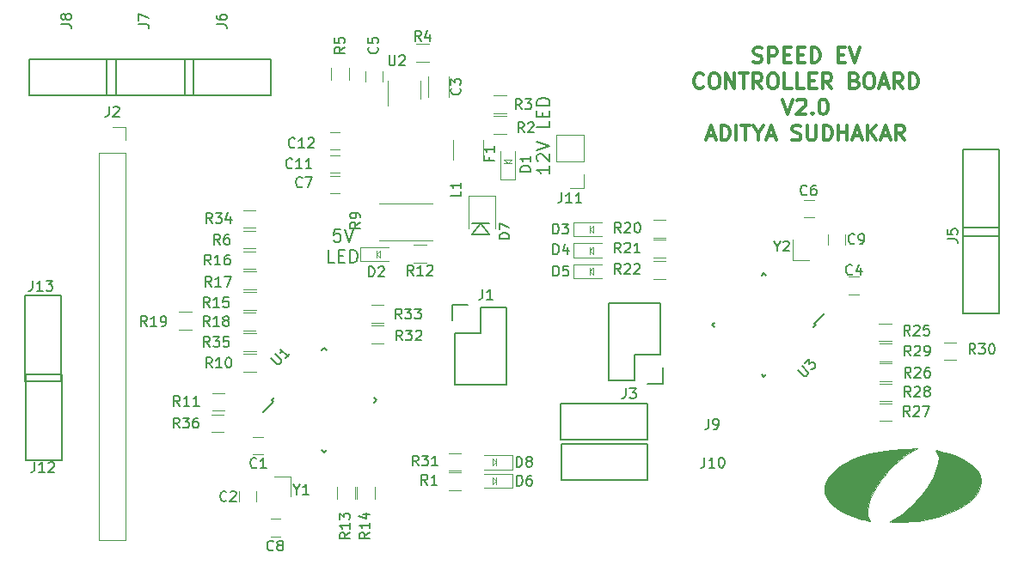
<source format=gto>
G04 #@! TF.GenerationSoftware,KiCad,Pcbnew,(5.1.4-0-10_14)*
G04 #@! TF.CreationDate,2019-11-22T04:33:24-05:00*
G04 #@! TF.ProjectId,controllerBoard,636f6e74-726f-46c6-9c65-72426f617264,rev?*
G04 #@! TF.SameCoordinates,Original*
G04 #@! TF.FileFunction,Legend,Top*
G04 #@! TF.FilePolarity,Positive*
%FSLAX46Y46*%
G04 Gerber Fmt 4.6, Leading zero omitted, Abs format (unit mm)*
G04 Created by KiCad (PCBNEW (5.1.4-0-10_14)) date 2019-11-22 04:33:24*
%MOMM*%
%LPD*%
G04 APERTURE LIST*
%ADD10C,0.300000*%
%ADD11C,0.152400*%
%ADD12C,0.010000*%
%ADD13C,0.120000*%
%ADD14C,0.100000*%
%ADD15C,0.200000*%
%ADD16C,0.150000*%
G04 APERTURE END LIST*
D10*
X94872028Y-54617942D02*
X95086314Y-54689371D01*
X95443457Y-54689371D01*
X95586314Y-54617942D01*
X95657742Y-54546514D01*
X95729171Y-54403657D01*
X95729171Y-54260800D01*
X95657742Y-54117942D01*
X95586314Y-54046514D01*
X95443457Y-53975085D01*
X95157742Y-53903657D01*
X95014885Y-53832228D01*
X94943457Y-53760800D01*
X94872028Y-53617942D01*
X94872028Y-53475085D01*
X94943457Y-53332228D01*
X95014885Y-53260800D01*
X95157742Y-53189371D01*
X95514885Y-53189371D01*
X95729171Y-53260800D01*
X96372028Y-54689371D02*
X96372028Y-53189371D01*
X96943457Y-53189371D01*
X97086314Y-53260800D01*
X97157742Y-53332228D01*
X97229171Y-53475085D01*
X97229171Y-53689371D01*
X97157742Y-53832228D01*
X97086314Y-53903657D01*
X96943457Y-53975085D01*
X96372028Y-53975085D01*
X97872028Y-53903657D02*
X98372028Y-53903657D01*
X98586314Y-54689371D02*
X97872028Y-54689371D01*
X97872028Y-53189371D01*
X98586314Y-53189371D01*
X99229171Y-53903657D02*
X99729171Y-53903657D01*
X99943457Y-54689371D02*
X99229171Y-54689371D01*
X99229171Y-53189371D01*
X99943457Y-53189371D01*
X100586314Y-54689371D02*
X100586314Y-53189371D01*
X100943457Y-53189371D01*
X101157742Y-53260800D01*
X101300600Y-53403657D01*
X101372028Y-53546514D01*
X101443457Y-53832228D01*
X101443457Y-54046514D01*
X101372028Y-54332228D01*
X101300600Y-54475085D01*
X101157742Y-54617942D01*
X100943457Y-54689371D01*
X100586314Y-54689371D01*
X103229171Y-53903657D02*
X103729171Y-53903657D01*
X103943457Y-54689371D02*
X103229171Y-54689371D01*
X103229171Y-53189371D01*
X103943457Y-53189371D01*
X104372028Y-53189371D02*
X104872028Y-54689371D01*
X105372028Y-53189371D01*
X89943457Y-57096514D02*
X89872028Y-57167942D01*
X89657742Y-57239371D01*
X89514885Y-57239371D01*
X89300600Y-57167942D01*
X89157742Y-57025085D01*
X89086314Y-56882228D01*
X89014885Y-56596514D01*
X89014885Y-56382228D01*
X89086314Y-56096514D01*
X89157742Y-55953657D01*
X89300600Y-55810800D01*
X89514885Y-55739371D01*
X89657742Y-55739371D01*
X89872028Y-55810800D01*
X89943457Y-55882228D01*
X90872028Y-55739371D02*
X91157742Y-55739371D01*
X91300600Y-55810800D01*
X91443457Y-55953657D01*
X91514885Y-56239371D01*
X91514885Y-56739371D01*
X91443457Y-57025085D01*
X91300600Y-57167942D01*
X91157742Y-57239371D01*
X90872028Y-57239371D01*
X90729171Y-57167942D01*
X90586314Y-57025085D01*
X90514885Y-56739371D01*
X90514885Y-56239371D01*
X90586314Y-55953657D01*
X90729171Y-55810800D01*
X90872028Y-55739371D01*
X92157742Y-57239371D02*
X92157742Y-55739371D01*
X93014885Y-57239371D01*
X93014885Y-55739371D01*
X93514885Y-55739371D02*
X94372028Y-55739371D01*
X93943457Y-57239371D02*
X93943457Y-55739371D01*
X95729171Y-57239371D02*
X95229171Y-56525085D01*
X94872028Y-57239371D02*
X94872028Y-55739371D01*
X95443457Y-55739371D01*
X95586314Y-55810800D01*
X95657742Y-55882228D01*
X95729171Y-56025085D01*
X95729171Y-56239371D01*
X95657742Y-56382228D01*
X95586314Y-56453657D01*
X95443457Y-56525085D01*
X94872028Y-56525085D01*
X96657742Y-55739371D02*
X96943457Y-55739371D01*
X97086314Y-55810800D01*
X97229171Y-55953657D01*
X97300600Y-56239371D01*
X97300600Y-56739371D01*
X97229171Y-57025085D01*
X97086314Y-57167942D01*
X96943457Y-57239371D01*
X96657742Y-57239371D01*
X96514885Y-57167942D01*
X96372028Y-57025085D01*
X96300600Y-56739371D01*
X96300600Y-56239371D01*
X96372028Y-55953657D01*
X96514885Y-55810800D01*
X96657742Y-55739371D01*
X98657742Y-57239371D02*
X97943457Y-57239371D01*
X97943457Y-55739371D01*
X99872028Y-57239371D02*
X99157742Y-57239371D01*
X99157742Y-55739371D01*
X100372028Y-56453657D02*
X100872028Y-56453657D01*
X101086314Y-57239371D02*
X100372028Y-57239371D01*
X100372028Y-55739371D01*
X101086314Y-55739371D01*
X102586314Y-57239371D02*
X102086314Y-56525085D01*
X101729171Y-57239371D02*
X101729171Y-55739371D01*
X102300600Y-55739371D01*
X102443457Y-55810800D01*
X102514885Y-55882228D01*
X102586314Y-56025085D01*
X102586314Y-56239371D01*
X102514885Y-56382228D01*
X102443457Y-56453657D01*
X102300600Y-56525085D01*
X101729171Y-56525085D01*
X104872028Y-56453657D02*
X105086314Y-56525085D01*
X105157742Y-56596514D01*
X105229171Y-56739371D01*
X105229171Y-56953657D01*
X105157742Y-57096514D01*
X105086314Y-57167942D01*
X104943457Y-57239371D01*
X104372028Y-57239371D01*
X104372028Y-55739371D01*
X104872028Y-55739371D01*
X105014885Y-55810800D01*
X105086314Y-55882228D01*
X105157742Y-56025085D01*
X105157742Y-56167942D01*
X105086314Y-56310800D01*
X105014885Y-56382228D01*
X104872028Y-56453657D01*
X104372028Y-56453657D01*
X106157742Y-55739371D02*
X106443457Y-55739371D01*
X106586314Y-55810800D01*
X106729171Y-55953657D01*
X106800600Y-56239371D01*
X106800600Y-56739371D01*
X106729171Y-57025085D01*
X106586314Y-57167942D01*
X106443457Y-57239371D01*
X106157742Y-57239371D01*
X106014885Y-57167942D01*
X105872028Y-57025085D01*
X105800600Y-56739371D01*
X105800600Y-56239371D01*
X105872028Y-55953657D01*
X106014885Y-55810800D01*
X106157742Y-55739371D01*
X107372028Y-56810800D02*
X108086314Y-56810800D01*
X107229171Y-57239371D02*
X107729171Y-55739371D01*
X108229171Y-57239371D01*
X109586314Y-57239371D02*
X109086314Y-56525085D01*
X108729171Y-57239371D02*
X108729171Y-55739371D01*
X109300600Y-55739371D01*
X109443457Y-55810800D01*
X109514885Y-55882228D01*
X109586314Y-56025085D01*
X109586314Y-56239371D01*
X109514885Y-56382228D01*
X109443457Y-56453657D01*
X109300600Y-56525085D01*
X108729171Y-56525085D01*
X110229171Y-57239371D02*
X110229171Y-55739371D01*
X110586314Y-55739371D01*
X110800600Y-55810800D01*
X110943457Y-55953657D01*
X111014885Y-56096514D01*
X111086314Y-56382228D01*
X111086314Y-56596514D01*
X111014885Y-56882228D01*
X110943457Y-57025085D01*
X110800600Y-57167942D01*
X110586314Y-57239371D01*
X110229171Y-57239371D01*
X97764885Y-58289371D02*
X98264885Y-59789371D01*
X98764885Y-58289371D01*
X99193457Y-58432228D02*
X99264885Y-58360800D01*
X99407742Y-58289371D01*
X99764885Y-58289371D01*
X99907742Y-58360800D01*
X99979171Y-58432228D01*
X100050600Y-58575085D01*
X100050600Y-58717942D01*
X99979171Y-58932228D01*
X99122028Y-59789371D01*
X100050600Y-59789371D01*
X100693457Y-59646514D02*
X100764885Y-59717942D01*
X100693457Y-59789371D01*
X100622028Y-59717942D01*
X100693457Y-59646514D01*
X100693457Y-59789371D01*
X101693457Y-58289371D02*
X101836314Y-58289371D01*
X101979171Y-58360800D01*
X102050600Y-58432228D01*
X102122028Y-58575085D01*
X102193457Y-58860800D01*
X102193457Y-59217942D01*
X102122028Y-59503657D01*
X102050600Y-59646514D01*
X101979171Y-59717942D01*
X101836314Y-59789371D01*
X101693457Y-59789371D01*
X101550600Y-59717942D01*
X101479171Y-59646514D01*
X101407742Y-59503657D01*
X101336314Y-59217942D01*
X101336314Y-58860800D01*
X101407742Y-58575085D01*
X101479171Y-58432228D01*
X101550600Y-58360800D01*
X101693457Y-58289371D01*
X90336314Y-61910800D02*
X91050600Y-61910800D01*
X90193457Y-62339371D02*
X90693457Y-60839371D01*
X91193457Y-62339371D01*
X91693457Y-62339371D02*
X91693457Y-60839371D01*
X92050600Y-60839371D01*
X92264885Y-60910800D01*
X92407742Y-61053657D01*
X92479171Y-61196514D01*
X92550600Y-61482228D01*
X92550600Y-61696514D01*
X92479171Y-61982228D01*
X92407742Y-62125085D01*
X92264885Y-62267942D01*
X92050600Y-62339371D01*
X91693457Y-62339371D01*
X93193457Y-62339371D02*
X93193457Y-60839371D01*
X93693457Y-60839371D02*
X94550600Y-60839371D01*
X94122028Y-62339371D02*
X94122028Y-60839371D01*
X95336314Y-61625085D02*
X95336314Y-62339371D01*
X94836314Y-60839371D02*
X95336314Y-61625085D01*
X95836314Y-60839371D01*
X96264885Y-61910800D02*
X96979171Y-61910800D01*
X96122028Y-62339371D02*
X96622028Y-60839371D01*
X97122028Y-62339371D01*
X98693457Y-62267942D02*
X98907742Y-62339371D01*
X99264885Y-62339371D01*
X99407742Y-62267942D01*
X99479171Y-62196514D01*
X99550600Y-62053657D01*
X99550600Y-61910800D01*
X99479171Y-61767942D01*
X99407742Y-61696514D01*
X99264885Y-61625085D01*
X98979171Y-61553657D01*
X98836314Y-61482228D01*
X98764885Y-61410800D01*
X98693457Y-61267942D01*
X98693457Y-61125085D01*
X98764885Y-60982228D01*
X98836314Y-60910800D01*
X98979171Y-60839371D01*
X99336314Y-60839371D01*
X99550600Y-60910800D01*
X100193457Y-60839371D02*
X100193457Y-62053657D01*
X100264885Y-62196514D01*
X100336314Y-62267942D01*
X100479171Y-62339371D01*
X100764885Y-62339371D01*
X100907742Y-62267942D01*
X100979171Y-62196514D01*
X101050600Y-62053657D01*
X101050600Y-60839371D01*
X101764885Y-62339371D02*
X101764885Y-60839371D01*
X102122028Y-60839371D01*
X102336314Y-60910800D01*
X102479171Y-61053657D01*
X102550600Y-61196514D01*
X102622028Y-61482228D01*
X102622028Y-61696514D01*
X102550600Y-61982228D01*
X102479171Y-62125085D01*
X102336314Y-62267942D01*
X102122028Y-62339371D01*
X101764885Y-62339371D01*
X103264885Y-62339371D02*
X103264885Y-60839371D01*
X103264885Y-61553657D02*
X104122028Y-61553657D01*
X104122028Y-62339371D02*
X104122028Y-60839371D01*
X104764885Y-61910800D02*
X105479171Y-61910800D01*
X104622028Y-62339371D02*
X105122028Y-60839371D01*
X105622028Y-62339371D01*
X106122028Y-62339371D02*
X106122028Y-60839371D01*
X106979171Y-62339371D02*
X106336314Y-61482228D01*
X106979171Y-60839371D02*
X106122028Y-61696514D01*
X107550600Y-61910800D02*
X108264885Y-61910800D01*
X107407742Y-62339371D02*
X107907742Y-60839371D01*
X108407742Y-62339371D01*
X109764885Y-62339371D02*
X109264885Y-61625085D01*
X108907742Y-62339371D02*
X108907742Y-60839371D01*
X109479171Y-60839371D01*
X109622028Y-60910800D01*
X109693457Y-60982228D01*
X109764885Y-61125085D01*
X109764885Y-61339371D01*
X109693457Y-61482228D01*
X109622028Y-61553657D01*
X109479171Y-61625085D01*
X108907742Y-61625085D01*
D11*
X54190295Y-71072223D02*
X53585533Y-71072223D01*
X53525057Y-71676985D01*
X53585533Y-71616509D01*
X53706485Y-71556033D01*
X54008866Y-71556033D01*
X54129819Y-71616509D01*
X54190295Y-71676985D01*
X54250771Y-71797938D01*
X54250771Y-72100319D01*
X54190295Y-72221271D01*
X54129819Y-72281747D01*
X54008866Y-72342223D01*
X53706485Y-72342223D01*
X53585533Y-72281747D01*
X53525057Y-72221271D01*
X54613628Y-71072223D02*
X55036961Y-72342223D01*
X55460295Y-71072223D01*
X53615771Y-74399623D02*
X53011009Y-74399623D01*
X53011009Y-73129623D01*
X54039104Y-73734385D02*
X54462438Y-73734385D01*
X54643866Y-74399623D02*
X54039104Y-74399623D01*
X54039104Y-73129623D01*
X54643866Y-73129623D01*
X55188152Y-74399623D02*
X55188152Y-73129623D01*
X55490533Y-73129623D01*
X55671961Y-73190100D01*
X55792914Y-73311052D01*
X55853390Y-73432004D01*
X55913866Y-73673909D01*
X55913866Y-73855338D01*
X55853390Y-74097242D01*
X55792914Y-74218195D01*
X55671961Y-74339147D01*
X55490533Y-74399623D01*
X55188152Y-74399623D01*
X74818723Y-64867971D02*
X74818723Y-65593685D01*
X74818723Y-65230828D02*
X73548723Y-65230828D01*
X73730152Y-65351780D01*
X73851104Y-65472733D01*
X73911580Y-65593685D01*
X73669676Y-64384161D02*
X73609200Y-64323685D01*
X73548723Y-64202733D01*
X73548723Y-63900352D01*
X73609200Y-63779400D01*
X73669676Y-63718923D01*
X73790628Y-63658447D01*
X73911580Y-63658447D01*
X74093009Y-63718923D01*
X74818723Y-64444638D01*
X74818723Y-63658447D01*
X73548723Y-63295590D02*
X74818723Y-62872257D01*
X73548723Y-62448923D01*
X74818723Y-60453209D02*
X74818723Y-61057971D01*
X73548723Y-61057971D01*
X74153485Y-60029876D02*
X74153485Y-59606542D01*
X74818723Y-59425114D02*
X74818723Y-60029876D01*
X73548723Y-60029876D01*
X73548723Y-59425114D01*
X74818723Y-58880828D02*
X73548723Y-58880828D01*
X73548723Y-58578447D01*
X73609200Y-58397019D01*
X73730152Y-58276066D01*
X73851104Y-58215590D01*
X74093009Y-58155114D01*
X74274438Y-58155114D01*
X74516342Y-58215590D01*
X74637295Y-58276066D01*
X74758247Y-58397019D01*
X74818723Y-58578447D01*
X74818723Y-58880828D01*
D12*
G36*
X110288470Y-93154474D02*
G01*
X109796569Y-93484909D01*
X109249746Y-93918295D01*
X108688400Y-94417627D01*
X108152929Y-94945900D01*
X107683733Y-95466109D01*
X107463363Y-95742269D01*
X107006096Y-96408864D01*
X106633257Y-97074745D01*
X106350873Y-97720252D01*
X106164970Y-98325723D01*
X106081575Y-98871497D01*
X106106713Y-99337911D01*
X106246411Y-99705304D01*
X106247949Y-99707700D01*
X106330128Y-99845394D01*
X106347519Y-99894037D01*
X106261043Y-99872285D01*
X106048168Y-99817369D01*
X105746316Y-99738966D01*
X105562400Y-99691027D01*
X104569597Y-99389484D01*
X103737283Y-99044054D01*
X103061825Y-98652539D01*
X102539592Y-98212743D01*
X102166951Y-97722466D01*
X102098540Y-97595376D01*
X101916808Y-97064633D01*
X101895147Y-96539232D01*
X102024297Y-96024926D01*
X102294997Y-95527469D01*
X102697984Y-95052615D01*
X103223999Y-94606118D01*
X103863780Y-94193731D01*
X104608066Y-93821209D01*
X105447595Y-93494306D01*
X106373107Y-93218774D01*
X107375340Y-93000369D01*
X108445033Y-92844845D01*
X109572926Y-92757954D01*
X109902882Y-92746582D01*
X111026031Y-92718415D01*
X110288470Y-93154474D01*
X110288470Y-93154474D01*
G37*
X110288470Y-93154474D02*
X109796569Y-93484909D01*
X109249746Y-93918295D01*
X108688400Y-94417627D01*
X108152929Y-94945900D01*
X107683733Y-95466109D01*
X107463363Y-95742269D01*
X107006096Y-96408864D01*
X106633257Y-97074745D01*
X106350873Y-97720252D01*
X106164970Y-98325723D01*
X106081575Y-98871497D01*
X106106713Y-99337911D01*
X106246411Y-99705304D01*
X106247949Y-99707700D01*
X106330128Y-99845394D01*
X106347519Y-99894037D01*
X106261043Y-99872285D01*
X106048168Y-99817369D01*
X105746316Y-99738966D01*
X105562400Y-99691027D01*
X104569597Y-99389484D01*
X103737283Y-99044054D01*
X103061825Y-98652539D01*
X102539592Y-98212743D01*
X102166951Y-97722466D01*
X102098540Y-97595376D01*
X101916808Y-97064633D01*
X101895147Y-96539232D01*
X102024297Y-96024926D01*
X102294997Y-95527469D01*
X102697984Y-95052615D01*
X103223999Y-94606118D01*
X103863780Y-94193731D01*
X104608066Y-93821209D01*
X105447595Y-93494306D01*
X106373107Y-93218774D01*
X107375340Y-93000369D01*
X108445033Y-92844845D01*
X109572926Y-92757954D01*
X109902882Y-92746582D01*
X111026031Y-92718415D01*
X110288470Y-93154474D01*
G36*
X112942383Y-92899057D02*
G01*
X113092857Y-92939071D01*
X113359028Y-93007376D01*
X113692229Y-93091525D01*
X113817400Y-93122847D01*
X114449923Y-93316788D01*
X115088566Y-93576834D01*
X115687109Y-93880126D01*
X116199328Y-94203801D01*
X116505864Y-94452569D01*
X116927128Y-94935650D01*
X117186610Y-95432495D01*
X117290608Y-95936317D01*
X117245421Y-96440328D01*
X117057349Y-96937741D01*
X116732690Y-97421769D01*
X116277743Y-97885626D01*
X115698808Y-98322524D01*
X115002183Y-98725676D01*
X114194167Y-99088296D01*
X113281060Y-99403595D01*
X112269159Y-99664788D01*
X111536925Y-99806498D01*
X111079389Y-99880073D01*
X110762627Y-99920452D01*
X110561688Y-99929226D01*
X110451625Y-99907983D01*
X110416388Y-99877888D01*
X110357474Y-99824128D01*
X110347363Y-99867933D01*
X110265719Y-99927604D01*
X110036925Y-99967173D01*
X109816900Y-99980038D01*
X109450019Y-99991254D01*
X109078867Y-100003466D01*
X108885542Y-100010306D01*
X108651224Y-100007514D01*
X108506263Y-99983698D01*
X108483375Y-99964357D01*
X108417694Y-99934579D01*
X108335234Y-99950197D01*
X108327737Y-99937062D01*
X108444523Y-99859353D01*
X108660998Y-99733185D01*
X108698118Y-99712427D01*
X109490452Y-99202340D01*
X110273364Y-98555776D01*
X110855872Y-97982966D01*
X111532945Y-97217463D01*
X112077475Y-96471863D01*
X112516151Y-95708456D01*
X112625549Y-95482285D01*
X112913604Y-94776234D01*
X113072357Y-94170850D01*
X113102705Y-93658535D01*
X113005550Y-93231692D01*
X112912905Y-93053381D01*
X112833894Y-92914795D01*
X112857977Y-92879975D01*
X112942383Y-92899057D01*
X112942383Y-92899057D01*
G37*
X112942383Y-92899057D02*
X113092857Y-92939071D01*
X113359028Y-93007376D01*
X113692229Y-93091525D01*
X113817400Y-93122847D01*
X114449923Y-93316788D01*
X115088566Y-93576834D01*
X115687109Y-93880126D01*
X116199328Y-94203801D01*
X116505864Y-94452569D01*
X116927128Y-94935650D01*
X117186610Y-95432495D01*
X117290608Y-95936317D01*
X117245421Y-96440328D01*
X117057349Y-96937741D01*
X116732690Y-97421769D01*
X116277743Y-97885626D01*
X115698808Y-98322524D01*
X115002183Y-98725676D01*
X114194167Y-99088296D01*
X113281060Y-99403595D01*
X112269159Y-99664788D01*
X111536925Y-99806498D01*
X111079389Y-99880073D01*
X110762627Y-99920452D01*
X110561688Y-99929226D01*
X110451625Y-99907983D01*
X110416388Y-99877888D01*
X110357474Y-99824128D01*
X110347363Y-99867933D01*
X110265719Y-99927604D01*
X110036925Y-99967173D01*
X109816900Y-99980038D01*
X109450019Y-99991254D01*
X109078867Y-100003466D01*
X108885542Y-100010306D01*
X108651224Y-100007514D01*
X108506263Y-99983698D01*
X108483375Y-99964357D01*
X108417694Y-99934579D01*
X108335234Y-99950197D01*
X108327737Y-99937062D01*
X108444523Y-99859353D01*
X108660998Y-99733185D01*
X108698118Y-99712427D01*
X109490452Y-99202340D01*
X110273364Y-98555776D01*
X110855872Y-97982966D01*
X111532945Y-97217463D01*
X112077475Y-96471863D01*
X112516151Y-95708456D01*
X112625549Y-95482285D01*
X112913604Y-94776234D01*
X113072357Y-94170850D01*
X113102705Y-93658535D01*
X113005550Y-93231692D01*
X112912905Y-93053381D01*
X112833894Y-92914795D01*
X112857977Y-92879975D01*
X112942383Y-92899057D01*
D13*
X58330200Y-56532400D02*
X58330200Y-55532400D01*
X56630200Y-55532400D02*
X56630200Y-56532400D01*
X53170200Y-65518400D02*
X54170200Y-65518400D01*
X54170200Y-63818400D02*
X53170200Y-63818400D01*
X53170200Y-63232400D02*
X54170200Y-63232400D01*
X54170200Y-61532400D02*
X53170200Y-61532400D01*
D14*
X57788200Y-73908400D02*
X57788200Y-73558400D01*
X57788200Y-73558400D02*
X57788200Y-73208400D01*
X58138200Y-73908400D02*
X57788200Y-73558400D01*
X58138200Y-73858400D02*
X58138200Y-73908400D01*
X58138200Y-73908400D02*
X58138200Y-73858400D01*
X58138200Y-73208400D02*
X58138200Y-73858400D01*
X58088200Y-73258400D02*
X58138200Y-73208400D01*
X57788200Y-73558400D02*
X58088200Y-73258400D01*
D13*
X56188200Y-72858400D02*
X56188200Y-74258400D01*
X56188200Y-74258400D02*
X58988200Y-74258400D01*
X56188200Y-72858400D02*
X58988200Y-72858400D01*
X68250700Y-62265900D02*
X68250700Y-64265900D01*
X65290700Y-64265900D02*
X65290700Y-62265900D01*
X70526200Y-61738400D02*
X69326200Y-61738400D01*
X69326200Y-59978400D02*
X70526200Y-59978400D01*
X70526200Y-59706400D02*
X69326200Y-59706400D01*
X69326200Y-57946400D02*
X70526200Y-57946400D01*
X61452200Y-72678400D02*
X62652200Y-72678400D01*
X62652200Y-74438400D02*
X61452200Y-74438400D01*
X62100100Y-58265900D02*
X62100100Y-56465900D01*
X58880100Y-56465900D02*
X58880100Y-58915900D01*
X62810200Y-56048400D02*
X62810200Y-58048400D01*
X64850200Y-58048400D02*
X64850200Y-56048400D01*
X53170200Y-67550400D02*
X54170200Y-67550400D01*
X54170200Y-65850400D02*
X53170200Y-65850400D01*
D14*
X71038200Y-64614400D02*
X70688200Y-64614400D01*
X70688200Y-64614400D02*
X70338200Y-64614400D01*
X71038200Y-64264400D02*
X70688200Y-64614400D01*
X70988200Y-64264400D02*
X71038200Y-64264400D01*
X71038200Y-64264400D02*
X70988200Y-64264400D01*
X70338200Y-64264400D02*
X70988200Y-64264400D01*
X70388200Y-64314400D02*
X70338200Y-64264400D01*
X70688200Y-64614400D02*
X70388200Y-64314400D01*
D13*
X69988200Y-66214400D02*
X71388200Y-66214400D01*
X71388200Y-66214400D02*
X71388200Y-63414400D01*
X69988200Y-66214400D02*
X69988200Y-63414400D01*
D15*
X67148200Y-71618400D02*
X68048200Y-70518400D01*
X68848200Y-71618400D02*
X67148200Y-71618400D01*
X68048200Y-70518400D02*
X68848200Y-71618400D01*
X68848200Y-70518400D02*
X67148200Y-70518400D01*
D13*
X69481700Y-67843400D02*
X66814700Y-67843400D01*
X66814700Y-67843400D02*
X66814700Y-71018400D01*
X69481700Y-67843400D02*
X69481700Y-71018400D01*
X58055200Y-68563400D02*
X63255200Y-68563400D01*
X63255200Y-72203400D02*
X58055200Y-72203400D01*
X62906200Y-54626400D02*
X61706200Y-54626400D01*
X61706200Y-52866400D02*
X62906200Y-52866400D01*
X53298200Y-56378400D02*
X53298200Y-55178400D01*
X55058200Y-55178400D02*
X55058200Y-56378400D01*
X45601000Y-93306000D02*
X46601000Y-93306000D01*
X46601000Y-91606000D02*
X45601000Y-91606000D01*
X44209600Y-96959800D02*
X44209600Y-97959800D01*
X45909600Y-97959800D02*
X45909600Y-96959800D01*
X104275000Y-77507200D02*
X105275000Y-77507200D01*
X105275000Y-75807200D02*
X104275000Y-75807200D01*
X99830000Y-69938000D02*
X100830000Y-69938000D01*
X100830000Y-68238000D02*
X99830000Y-68238000D01*
X47328200Y-101383200D02*
X48328200Y-101383200D01*
X48328200Y-99683200D02*
X47328200Y-99683200D01*
X102197800Y-71661400D02*
X102197800Y-72661400D01*
X103897800Y-72661400D02*
X103897800Y-71661400D01*
D14*
X78743200Y-71470000D02*
X78743200Y-71120000D01*
X78743200Y-71120000D02*
X78743200Y-70770000D01*
X79093200Y-71470000D02*
X78743200Y-71120000D01*
X79093200Y-71420000D02*
X79093200Y-71470000D01*
X79093200Y-71470000D02*
X79093200Y-71420000D01*
X79093200Y-70770000D02*
X79093200Y-71420000D01*
X79043200Y-70820000D02*
X79093200Y-70770000D01*
X78743200Y-71120000D02*
X79043200Y-70820000D01*
D13*
X77143200Y-70420000D02*
X77143200Y-71820000D01*
X77143200Y-71820000D02*
X79943200Y-71820000D01*
X77143200Y-70420000D02*
X79943200Y-70420000D01*
D14*
X78743200Y-73552800D02*
X78743200Y-73202800D01*
X78743200Y-73202800D02*
X78743200Y-72852800D01*
X79093200Y-73552800D02*
X78743200Y-73202800D01*
X79093200Y-73502800D02*
X79093200Y-73552800D01*
X79093200Y-73552800D02*
X79093200Y-73502800D01*
X79093200Y-72852800D02*
X79093200Y-73502800D01*
X79043200Y-72902800D02*
X79093200Y-72852800D01*
X78743200Y-73202800D02*
X79043200Y-72902800D01*
D13*
X77143200Y-72502800D02*
X77143200Y-73902800D01*
X77143200Y-73902800D02*
X79943200Y-73902800D01*
X77143200Y-72502800D02*
X79943200Y-72502800D01*
X77143200Y-74560200D02*
X79943200Y-74560200D01*
X77143200Y-75960200D02*
X79943200Y-75960200D01*
X77143200Y-74560200D02*
X77143200Y-75960200D01*
D14*
X78743200Y-75260200D02*
X79043200Y-74960200D01*
X79043200Y-74960200D02*
X79093200Y-74910200D01*
X79093200Y-74910200D02*
X79093200Y-75560200D01*
X79093200Y-75610200D02*
X79093200Y-75560200D01*
X79093200Y-75560200D02*
X79093200Y-75610200D01*
X79093200Y-75610200D02*
X78743200Y-75260200D01*
X78743200Y-75260200D02*
X78743200Y-74910200D01*
X78743200Y-75610200D02*
X78743200Y-75260200D01*
D13*
X71116600Y-96635800D02*
X68316600Y-96635800D01*
X71116600Y-95235800D02*
X68316600Y-95235800D01*
X71116600Y-96635800D02*
X71116600Y-95235800D01*
D14*
X69516600Y-95935800D02*
X69216600Y-96235800D01*
X69216600Y-96235800D02*
X69166600Y-96285800D01*
X69166600Y-96285800D02*
X69166600Y-95635800D01*
X69166600Y-95585800D02*
X69166600Y-95635800D01*
X69166600Y-95635800D02*
X69166600Y-95585800D01*
X69166600Y-95585800D02*
X69516600Y-95935800D01*
X69516600Y-95935800D02*
X69516600Y-96285800D01*
X69516600Y-95585800D02*
X69516600Y-95935800D01*
X69516600Y-93731600D02*
X69516600Y-94081600D01*
X69516600Y-94081600D02*
X69516600Y-94431600D01*
X69166600Y-93731600D02*
X69516600Y-94081600D01*
X69166600Y-93781600D02*
X69166600Y-93731600D01*
X69166600Y-93731600D02*
X69166600Y-93781600D01*
X69166600Y-94431600D02*
X69166600Y-93781600D01*
X69216600Y-94381600D02*
X69166600Y-94431600D01*
X69516600Y-94081600D02*
X69216600Y-94381600D01*
D13*
X71116600Y-94781600D02*
X71116600Y-93381600D01*
X71116600Y-93381600D02*
X68316600Y-93381600D01*
X71116600Y-94781600D02*
X68316600Y-94781600D01*
D16*
X70561200Y-81381600D02*
X70561200Y-78841600D01*
X70561200Y-78841600D02*
X68021200Y-78841600D01*
X65201200Y-78561600D02*
X65201200Y-80111600D01*
X70561200Y-86461600D02*
X70561200Y-81381600D01*
X65481200Y-86461600D02*
X70561200Y-86461600D01*
X68021200Y-81381600D02*
X65481200Y-81381600D01*
X68021200Y-78841600D02*
X68021200Y-81381600D01*
X65201200Y-78561600D02*
X66751200Y-78561600D01*
X65481200Y-81381600D02*
X65481200Y-86461600D01*
D13*
X30420000Y-63601600D02*
X33080000Y-63601600D01*
X30420000Y-63601600D02*
X30420000Y-101761600D01*
X30420000Y-101761600D02*
X33080000Y-101761600D01*
X33080000Y-63601600D02*
X33080000Y-101761600D01*
X33080000Y-61001600D02*
X33080000Y-62331600D01*
X31750000Y-61001600D02*
X33080000Y-61001600D01*
D16*
X85699600Y-83515200D02*
X85699600Y-78435200D01*
X85979600Y-86335200D02*
X84429600Y-86335200D01*
X83159600Y-86055200D02*
X83159600Y-83515200D01*
X83159600Y-83515200D02*
X85699600Y-83515200D01*
X85699600Y-78435200D02*
X80619600Y-78435200D01*
X80619600Y-78435200D02*
X80619600Y-83515200D01*
X85979600Y-86335200D02*
X85979600Y-84785200D01*
X80619600Y-86055200D02*
X83159600Y-86055200D01*
X80619600Y-83515200D02*
X80619600Y-86055200D01*
X115519200Y-63271400D02*
X115519200Y-71780400D01*
X115570000Y-71780400D02*
X119075200Y-71780400D01*
X115544600Y-63271400D02*
X119049800Y-63271400D01*
X119075200Y-63271400D02*
X119075200Y-71780400D01*
X119075200Y-70916800D02*
X119075200Y-79425800D01*
X115544600Y-70916800D02*
X119049800Y-70916800D01*
X115570000Y-79425800D02*
X119075200Y-79425800D01*
X115519200Y-70916800D02*
X115519200Y-79425800D01*
X47371000Y-54381400D02*
X38862000Y-54381400D01*
X38862000Y-54432200D02*
X38862000Y-57937400D01*
X47371000Y-54406800D02*
X47371000Y-57912000D01*
X47371000Y-57937400D02*
X38862000Y-57937400D01*
X39725600Y-54381400D02*
X31216600Y-54381400D01*
X31216600Y-54432200D02*
X31216600Y-57937400D01*
X39725600Y-54406800D02*
X39725600Y-57912000D01*
X39725600Y-57937400D02*
X31216600Y-57937400D01*
X32080200Y-57912000D02*
X23571200Y-57912000D01*
X32080200Y-54381400D02*
X32080200Y-57886600D01*
X23571200Y-54406800D02*
X23571200Y-57912000D01*
X32080200Y-54356000D02*
X23571200Y-54356000D01*
X84429600Y-91897200D02*
X75920600Y-91897200D01*
X84429600Y-88366600D02*
X84429600Y-91871800D01*
X75920600Y-88392000D02*
X75920600Y-91897200D01*
X84429600Y-88341200D02*
X75920600Y-88341200D01*
X84480400Y-92278200D02*
X75971400Y-92278200D01*
X75971400Y-92329000D02*
X75971400Y-95834200D01*
X84480400Y-92303600D02*
X84480400Y-95808800D01*
X84480400Y-95834200D02*
X75971400Y-95834200D01*
D13*
X78139600Y-61839800D02*
X75479600Y-61839800D01*
X78139600Y-64439800D02*
X78139600Y-61839800D01*
X75479600Y-64439800D02*
X75479600Y-61839800D01*
X78139600Y-64439800D02*
X75479600Y-64439800D01*
X78139600Y-65709800D02*
X78139600Y-67039800D01*
X78139600Y-67039800D02*
X76809600Y-67039800D01*
X66106600Y-96866600D02*
X64906600Y-96866600D01*
X64906600Y-95106600D02*
X66106600Y-95106600D01*
X45862800Y-73016000D02*
X44662800Y-73016000D01*
X44662800Y-71256000D02*
X45862800Y-71256000D01*
X45888200Y-85131800D02*
X44688200Y-85131800D01*
X44688200Y-83371800D02*
X45888200Y-83371800D01*
X41564000Y-87258000D02*
X42764000Y-87258000D01*
X42764000Y-89018000D02*
X41564000Y-89018000D01*
X53857000Y-97729600D02*
X53857000Y-96529600D01*
X55617000Y-96529600D02*
X55617000Y-97729600D01*
X57572800Y-96529600D02*
X57572800Y-97729600D01*
X55812800Y-97729600D02*
X55812800Y-96529600D01*
X44688200Y-77275800D02*
X45888200Y-77275800D01*
X45888200Y-79035800D02*
X44688200Y-79035800D01*
X44662800Y-73288000D02*
X45862800Y-73288000D01*
X45862800Y-75048000D02*
X44662800Y-75048000D01*
X45888200Y-77029200D02*
X44688200Y-77029200D01*
X44688200Y-75269200D02*
X45888200Y-75269200D01*
X44673000Y-79333200D02*
X45873000Y-79333200D01*
X45873000Y-81093200D02*
X44673000Y-81093200D01*
X39538200Y-81017000D02*
X38338200Y-81017000D01*
X38338200Y-79257000D02*
X39538200Y-79257000D01*
X84998000Y-70189200D02*
X86198000Y-70189200D01*
X86198000Y-71949200D02*
X84998000Y-71949200D01*
X86223400Y-73879600D02*
X85023400Y-73879600D01*
X85023400Y-72119600D02*
X86223400Y-72119600D01*
X84998000Y-74227800D02*
X86198000Y-74227800D01*
X86198000Y-75987800D02*
X84998000Y-75987800D01*
X107248400Y-80400000D02*
X108448400Y-80400000D01*
X108448400Y-82160000D02*
X107248400Y-82160000D01*
X107273800Y-84337000D02*
X108473800Y-84337000D01*
X108473800Y-86097000D02*
X107273800Y-86097000D01*
X107273800Y-88274000D02*
X108473800Y-88274000D01*
X108473800Y-90034000D02*
X107273800Y-90034000D01*
X108473800Y-88078200D02*
X107273800Y-88078200D01*
X107273800Y-86318200D02*
X108473800Y-86318200D01*
X107273800Y-82381200D02*
X108473800Y-82381200D01*
X108473800Y-84141200D02*
X107273800Y-84141200D01*
X114823800Y-84014200D02*
X113623800Y-84014200D01*
X113623800Y-82254200D02*
X114823800Y-82254200D01*
X64906600Y-93176200D02*
X66106600Y-93176200D01*
X66106600Y-94936200D02*
X64906600Y-94936200D01*
X58435800Y-82363200D02*
X57235800Y-82363200D01*
X57235800Y-80603200D02*
X58435800Y-80603200D01*
X57261200Y-78596600D02*
X58461200Y-78596600D01*
X58461200Y-80356600D02*
X57261200Y-80356600D01*
X44662800Y-69224000D02*
X45862800Y-69224000D01*
X45862800Y-70984000D02*
X44662800Y-70984000D01*
X44688200Y-81339800D02*
X45888200Y-81339800D01*
X45888200Y-83099800D02*
X44688200Y-83099800D01*
X42713200Y-91126200D02*
X41513200Y-91126200D01*
X41513200Y-89366200D02*
X42713200Y-89366200D01*
D16*
X47476876Y-87960200D02*
X47635975Y-88119299D01*
X52603400Y-82833676D02*
X52833210Y-83063486D01*
X57729924Y-87960200D02*
X57500114Y-87730390D01*
X52603400Y-93086724D02*
X52373590Y-92856914D01*
X47476876Y-87960200D02*
X47706686Y-87730390D01*
X52603400Y-93086724D02*
X52833210Y-92856914D01*
X57729924Y-87960200D02*
X57500114Y-88190010D01*
X52603400Y-82833676D02*
X52373590Y-83063486D01*
X47635975Y-88119299D02*
X46628348Y-89126926D01*
X100869625Y-80390301D02*
X101877252Y-79382674D01*
X95902200Y-85675924D02*
X96132010Y-85446114D01*
X90775676Y-80549400D02*
X91005486Y-80319590D01*
X95902200Y-75422876D02*
X95672390Y-75652686D01*
X101028724Y-80549400D02*
X100798914Y-80779210D01*
X95902200Y-75422876D02*
X96132010Y-75652686D01*
X90775676Y-80549400D02*
X91005486Y-80779210D01*
X95902200Y-85675924D02*
X95672390Y-85446114D01*
X101028724Y-80549400D02*
X100869625Y-80390301D01*
D14*
X49326600Y-95459800D02*
X49326600Y-97459800D01*
X49326600Y-95459800D02*
X47726600Y-95459800D01*
X98755400Y-74136000D02*
X100355400Y-74136000D01*
X98755400Y-74136000D02*
X98755400Y-72136000D01*
D16*
X23215600Y-93903800D02*
X23215600Y-85394800D01*
X26746200Y-93903800D02*
X23241000Y-93903800D01*
X26720800Y-85394800D02*
X23215600Y-85394800D01*
X26771600Y-93903800D02*
X26771600Y-85394800D01*
X26720800Y-86106000D02*
X26720800Y-77597000D01*
X26670000Y-77597000D02*
X23164800Y-77597000D01*
X26695400Y-86106000D02*
X23190200Y-86106000D01*
X23164800Y-86106000D02*
X23164800Y-77597000D01*
X57837342Y-53151066D02*
X57884961Y-53198685D01*
X57932580Y-53341542D01*
X57932580Y-53436780D01*
X57884961Y-53579638D01*
X57789723Y-53674876D01*
X57694485Y-53722495D01*
X57504009Y-53770114D01*
X57361152Y-53770114D01*
X57170676Y-53722495D01*
X57075438Y-53674876D01*
X56980200Y-53579638D01*
X56932580Y-53436780D01*
X56932580Y-53341542D01*
X56980200Y-53198685D01*
X57027819Y-53151066D01*
X56932580Y-52246304D02*
X56932580Y-52722495D01*
X57408771Y-52770114D01*
X57361152Y-52722495D01*
X57313533Y-52627257D01*
X57313533Y-52389161D01*
X57361152Y-52293923D01*
X57408771Y-52246304D01*
X57504009Y-52198685D01*
X57742104Y-52198685D01*
X57837342Y-52246304D01*
X57884961Y-52293923D01*
X57932580Y-52389161D01*
X57932580Y-52627257D01*
X57884961Y-52722495D01*
X57837342Y-52770114D01*
X49471342Y-65025542D02*
X49423723Y-65073161D01*
X49280866Y-65120780D01*
X49185628Y-65120780D01*
X49042771Y-65073161D01*
X48947533Y-64977923D01*
X48899914Y-64882685D01*
X48852295Y-64692209D01*
X48852295Y-64549352D01*
X48899914Y-64358876D01*
X48947533Y-64263638D01*
X49042771Y-64168400D01*
X49185628Y-64120780D01*
X49280866Y-64120780D01*
X49423723Y-64168400D01*
X49471342Y-64216019D01*
X50423723Y-65120780D02*
X49852295Y-65120780D01*
X50138009Y-65120780D02*
X50138009Y-64120780D01*
X50042771Y-64263638D01*
X49947533Y-64358876D01*
X49852295Y-64406495D01*
X51376104Y-65120780D02*
X50804676Y-65120780D01*
X51090390Y-65120780D02*
X51090390Y-64120780D01*
X50995152Y-64263638D01*
X50899914Y-64358876D01*
X50804676Y-64406495D01*
X49725342Y-62993542D02*
X49677723Y-63041161D01*
X49534866Y-63088780D01*
X49439628Y-63088780D01*
X49296771Y-63041161D01*
X49201533Y-62945923D01*
X49153914Y-62850685D01*
X49106295Y-62660209D01*
X49106295Y-62517352D01*
X49153914Y-62326876D01*
X49201533Y-62231638D01*
X49296771Y-62136400D01*
X49439628Y-62088780D01*
X49534866Y-62088780D01*
X49677723Y-62136400D01*
X49725342Y-62184019D01*
X50677723Y-63088780D02*
X50106295Y-63088780D01*
X50392009Y-63088780D02*
X50392009Y-62088780D01*
X50296771Y-62231638D01*
X50201533Y-62326876D01*
X50106295Y-62374495D01*
X51058676Y-62184019D02*
X51106295Y-62136400D01*
X51201533Y-62088780D01*
X51439628Y-62088780D01*
X51534866Y-62136400D01*
X51582485Y-62184019D01*
X51630104Y-62279257D01*
X51630104Y-62374495D01*
X51582485Y-62517352D01*
X51011057Y-63088780D01*
X51630104Y-63088780D01*
X56996104Y-75788780D02*
X56996104Y-74788780D01*
X57234200Y-74788780D01*
X57377057Y-74836400D01*
X57472295Y-74931638D01*
X57519914Y-75026876D01*
X57567533Y-75217352D01*
X57567533Y-75360209D01*
X57519914Y-75550685D01*
X57472295Y-75645923D01*
X57377057Y-75741161D01*
X57234200Y-75788780D01*
X56996104Y-75788780D01*
X57948485Y-74884019D02*
X57996104Y-74836400D01*
X58091342Y-74788780D01*
X58329438Y-74788780D01*
X58424676Y-74836400D01*
X58472295Y-74884019D01*
X58519914Y-74979257D01*
X58519914Y-75074495D01*
X58472295Y-75217352D01*
X57900866Y-75788780D01*
X58519914Y-75788780D01*
X68838771Y-63985733D02*
X68838771Y-64319066D01*
X69362580Y-64319066D02*
X68362580Y-64319066D01*
X68362580Y-63842876D01*
X69362580Y-62938114D02*
X69362580Y-63509542D01*
X69362580Y-63223828D02*
X68362580Y-63223828D01*
X68505438Y-63319066D01*
X68600676Y-63414304D01*
X68648295Y-63509542D01*
X66060580Y-67375066D02*
X66060580Y-67851257D01*
X65060580Y-67851257D01*
X66060580Y-66517923D02*
X66060580Y-67089352D01*
X66060580Y-66803638D02*
X65060580Y-66803638D01*
X65203438Y-66898876D01*
X65298676Y-66994114D01*
X65346295Y-67089352D01*
X72299533Y-61564780D02*
X71966200Y-61088590D01*
X71728104Y-61564780D02*
X71728104Y-60564780D01*
X72109057Y-60564780D01*
X72204295Y-60612400D01*
X72251914Y-60660019D01*
X72299533Y-60755257D01*
X72299533Y-60898114D01*
X72251914Y-60993352D01*
X72204295Y-61040971D01*
X72109057Y-61088590D01*
X71728104Y-61088590D01*
X72680485Y-60660019D02*
X72728104Y-60612400D01*
X72823342Y-60564780D01*
X73061438Y-60564780D01*
X73156676Y-60612400D01*
X73204295Y-60660019D01*
X73251914Y-60755257D01*
X73251914Y-60850495D01*
X73204295Y-60993352D01*
X72632866Y-61564780D01*
X73251914Y-61564780D01*
X72045533Y-59278780D02*
X71712200Y-58802590D01*
X71474104Y-59278780D02*
X71474104Y-58278780D01*
X71855057Y-58278780D01*
X71950295Y-58326400D01*
X71997914Y-58374019D01*
X72045533Y-58469257D01*
X72045533Y-58612114D01*
X71997914Y-58707352D01*
X71950295Y-58754971D01*
X71855057Y-58802590D01*
X71474104Y-58802590D01*
X72378866Y-58278780D02*
X72997914Y-58278780D01*
X72664580Y-58659733D01*
X72807438Y-58659733D01*
X72902676Y-58707352D01*
X72950295Y-58754971D01*
X72997914Y-58850209D01*
X72997914Y-59088304D01*
X72950295Y-59183542D01*
X72902676Y-59231161D01*
X72807438Y-59278780D01*
X72521723Y-59278780D01*
X72426485Y-59231161D01*
X72378866Y-59183542D01*
X61409342Y-75660780D02*
X61076009Y-75184590D01*
X60837914Y-75660780D02*
X60837914Y-74660780D01*
X61218866Y-74660780D01*
X61314104Y-74708400D01*
X61361723Y-74756019D01*
X61409342Y-74851257D01*
X61409342Y-74994114D01*
X61361723Y-75089352D01*
X61314104Y-75136971D01*
X61218866Y-75184590D01*
X60837914Y-75184590D01*
X62361723Y-75660780D02*
X61790295Y-75660780D01*
X62076009Y-75660780D02*
X62076009Y-74660780D01*
X61980771Y-74803638D01*
X61885533Y-74898876D01*
X61790295Y-74946495D01*
X62742676Y-74756019D02*
X62790295Y-74708400D01*
X62885533Y-74660780D01*
X63123628Y-74660780D01*
X63218866Y-74708400D01*
X63266485Y-74756019D01*
X63314104Y-74851257D01*
X63314104Y-74946495D01*
X63266485Y-75089352D01*
X62695057Y-75660780D01*
X63314104Y-75660780D01*
X59004295Y-53960780D02*
X59004295Y-54770304D01*
X59051914Y-54865542D01*
X59099533Y-54913161D01*
X59194771Y-54960780D01*
X59385247Y-54960780D01*
X59480485Y-54913161D01*
X59528104Y-54865542D01*
X59575723Y-54770304D01*
X59575723Y-53960780D01*
X60004295Y-54056019D02*
X60051914Y-54008400D01*
X60147152Y-53960780D01*
X60385247Y-53960780D01*
X60480485Y-54008400D01*
X60528104Y-54056019D01*
X60575723Y-54151257D01*
X60575723Y-54246495D01*
X60528104Y-54389352D01*
X59956676Y-54960780D01*
X60575723Y-54960780D01*
X65965342Y-57215066D02*
X66012961Y-57262685D01*
X66060580Y-57405542D01*
X66060580Y-57500780D01*
X66012961Y-57643638D01*
X65917723Y-57738876D01*
X65822485Y-57786495D01*
X65632009Y-57834114D01*
X65489152Y-57834114D01*
X65298676Y-57786495D01*
X65203438Y-57738876D01*
X65108200Y-57643638D01*
X65060580Y-57500780D01*
X65060580Y-57405542D01*
X65108200Y-57262685D01*
X65155819Y-57215066D01*
X65060580Y-56881733D02*
X65060580Y-56262685D01*
X65441533Y-56596019D01*
X65441533Y-56453161D01*
X65489152Y-56357923D01*
X65536771Y-56310304D01*
X65632009Y-56262685D01*
X65870104Y-56262685D01*
X65965342Y-56310304D01*
X66012961Y-56357923D01*
X66060580Y-56453161D01*
X66060580Y-56738876D01*
X66012961Y-56834114D01*
X65965342Y-56881733D01*
X50451533Y-66874542D02*
X50403914Y-66922161D01*
X50261057Y-66969780D01*
X50165819Y-66969780D01*
X50022961Y-66922161D01*
X49927723Y-66826923D01*
X49880104Y-66731685D01*
X49832485Y-66541209D01*
X49832485Y-66398352D01*
X49880104Y-66207876D01*
X49927723Y-66112638D01*
X50022961Y-66017400D01*
X50165819Y-65969780D01*
X50261057Y-65969780D01*
X50403914Y-66017400D01*
X50451533Y-66065019D01*
X50784866Y-65969780D02*
X51451533Y-65969780D01*
X51022961Y-66969780D01*
X72918580Y-65406495D02*
X71918580Y-65406495D01*
X71918580Y-65168400D01*
X71966200Y-65025542D01*
X72061438Y-64930304D01*
X72156676Y-64882685D01*
X72347152Y-64835066D01*
X72490009Y-64835066D01*
X72680485Y-64882685D01*
X72775723Y-64930304D01*
X72870961Y-65025542D01*
X72918580Y-65168400D01*
X72918580Y-65406495D01*
X72918580Y-63882685D02*
X72918580Y-64454114D01*
X72918580Y-64168400D02*
X71918580Y-64168400D01*
X72061438Y-64263638D01*
X72156676Y-64358876D01*
X72204295Y-64454114D01*
X70850580Y-72056495D02*
X69850580Y-72056495D01*
X69850580Y-71818400D01*
X69898200Y-71675542D01*
X69993438Y-71580304D01*
X70088676Y-71532685D01*
X70279152Y-71485066D01*
X70422009Y-71485066D01*
X70612485Y-71532685D01*
X70707723Y-71580304D01*
X70802961Y-71675542D01*
X70850580Y-71818400D01*
X70850580Y-72056495D01*
X69850580Y-71151733D02*
X69850580Y-70485066D01*
X70850580Y-70913638D01*
X56154580Y-70423066D02*
X55678390Y-70756400D01*
X56154580Y-70994495D02*
X55154580Y-70994495D01*
X55154580Y-70613542D01*
X55202200Y-70518304D01*
X55249819Y-70470685D01*
X55345057Y-70423066D01*
X55487914Y-70423066D01*
X55583152Y-70470685D01*
X55630771Y-70518304D01*
X55678390Y-70613542D01*
X55678390Y-70994495D01*
X56154580Y-69946876D02*
X56154580Y-69756400D01*
X56106961Y-69661161D01*
X56059342Y-69613542D01*
X55916485Y-69518304D01*
X55726009Y-69470685D01*
X55345057Y-69470685D01*
X55249819Y-69518304D01*
X55202200Y-69565923D01*
X55154580Y-69661161D01*
X55154580Y-69851638D01*
X55202200Y-69946876D01*
X55249819Y-69994495D01*
X55345057Y-70042114D01*
X55583152Y-70042114D01*
X55678390Y-69994495D01*
X55726009Y-69946876D01*
X55773628Y-69851638D01*
X55773628Y-69661161D01*
X55726009Y-69565923D01*
X55678390Y-69518304D01*
X55583152Y-69470685D01*
X62139533Y-52548780D02*
X61806200Y-52072590D01*
X61568104Y-52548780D02*
X61568104Y-51548780D01*
X61949057Y-51548780D01*
X62044295Y-51596400D01*
X62091914Y-51644019D01*
X62139533Y-51739257D01*
X62139533Y-51882114D01*
X62091914Y-51977352D01*
X62044295Y-52024971D01*
X61949057Y-52072590D01*
X61568104Y-52072590D01*
X62996676Y-51882114D02*
X62996676Y-52548780D01*
X62758580Y-51501161D02*
X62520485Y-52215447D01*
X63139533Y-52215447D01*
X54630580Y-53151066D02*
X54154390Y-53484400D01*
X54630580Y-53722495D02*
X53630580Y-53722495D01*
X53630580Y-53341542D01*
X53678200Y-53246304D01*
X53725819Y-53198685D01*
X53821057Y-53151066D01*
X53963914Y-53151066D01*
X54059152Y-53198685D01*
X54106771Y-53246304D01*
X54154390Y-53341542D01*
X54154390Y-53722495D01*
X53630580Y-52246304D02*
X53630580Y-52722495D01*
X54106771Y-52770114D01*
X54059152Y-52722495D01*
X54011533Y-52627257D01*
X54011533Y-52389161D01*
X54059152Y-52293923D01*
X54106771Y-52246304D01*
X54202009Y-52198685D01*
X54440104Y-52198685D01*
X54535342Y-52246304D01*
X54582961Y-52293923D01*
X54630580Y-52389161D01*
X54630580Y-52627257D01*
X54582961Y-52722495D01*
X54535342Y-52770114D01*
X45959733Y-94565742D02*
X45912114Y-94613361D01*
X45769257Y-94660980D01*
X45674019Y-94660980D01*
X45531161Y-94613361D01*
X45435923Y-94518123D01*
X45388304Y-94422885D01*
X45340685Y-94232409D01*
X45340685Y-94089552D01*
X45388304Y-93899076D01*
X45435923Y-93803838D01*
X45531161Y-93708600D01*
X45674019Y-93660980D01*
X45769257Y-93660980D01*
X45912114Y-93708600D01*
X45959733Y-93756219D01*
X46912114Y-94660980D02*
X46340685Y-94660980D01*
X46626400Y-94660980D02*
X46626400Y-93660980D01*
X46531161Y-93803838D01*
X46435923Y-93899076D01*
X46340685Y-93946695D01*
X42987933Y-97842342D02*
X42940314Y-97889961D01*
X42797457Y-97937580D01*
X42702219Y-97937580D01*
X42559361Y-97889961D01*
X42464123Y-97794723D01*
X42416504Y-97699485D01*
X42368885Y-97509009D01*
X42368885Y-97366152D01*
X42416504Y-97175676D01*
X42464123Y-97080438D01*
X42559361Y-96985200D01*
X42702219Y-96937580D01*
X42797457Y-96937580D01*
X42940314Y-96985200D01*
X42987933Y-97032819D01*
X43368885Y-97032819D02*
X43416504Y-96985200D01*
X43511742Y-96937580D01*
X43749838Y-96937580D01*
X43845076Y-96985200D01*
X43892695Y-97032819D01*
X43940314Y-97128057D01*
X43940314Y-97223295D01*
X43892695Y-97366152D01*
X43321266Y-97937580D01*
X43940314Y-97937580D01*
X104608333Y-75514342D02*
X104560714Y-75561961D01*
X104417857Y-75609580D01*
X104322619Y-75609580D01*
X104179761Y-75561961D01*
X104084523Y-75466723D01*
X104036904Y-75371485D01*
X103989285Y-75181009D01*
X103989285Y-75038152D01*
X104036904Y-74847676D01*
X104084523Y-74752438D01*
X104179761Y-74657200D01*
X104322619Y-74609580D01*
X104417857Y-74609580D01*
X104560714Y-74657200D01*
X104608333Y-74704819D01*
X105465476Y-74942914D02*
X105465476Y-75609580D01*
X105227380Y-74561961D02*
X104989285Y-75276247D01*
X105608333Y-75276247D01*
X100137933Y-67667142D02*
X100090314Y-67714761D01*
X99947457Y-67762380D01*
X99852219Y-67762380D01*
X99709361Y-67714761D01*
X99614123Y-67619523D01*
X99566504Y-67524285D01*
X99518885Y-67333809D01*
X99518885Y-67190952D01*
X99566504Y-67000476D01*
X99614123Y-66905238D01*
X99709361Y-66810000D01*
X99852219Y-66762380D01*
X99947457Y-66762380D01*
X100090314Y-66810000D01*
X100137933Y-66857619D01*
X100995076Y-66762380D02*
X100804600Y-66762380D01*
X100709361Y-66810000D01*
X100661742Y-66857619D01*
X100566504Y-67000476D01*
X100518885Y-67190952D01*
X100518885Y-67571904D01*
X100566504Y-67667142D01*
X100614123Y-67714761D01*
X100709361Y-67762380D01*
X100899838Y-67762380D01*
X100995076Y-67714761D01*
X101042695Y-67667142D01*
X101090314Y-67571904D01*
X101090314Y-67333809D01*
X101042695Y-67238571D01*
X100995076Y-67190952D01*
X100899838Y-67143333D01*
X100709361Y-67143333D01*
X100614123Y-67190952D01*
X100566504Y-67238571D01*
X100518885Y-67333809D01*
X47610733Y-102719142D02*
X47563114Y-102766761D01*
X47420257Y-102814380D01*
X47325019Y-102814380D01*
X47182161Y-102766761D01*
X47086923Y-102671523D01*
X47039304Y-102576285D01*
X46991685Y-102385809D01*
X46991685Y-102242952D01*
X47039304Y-102052476D01*
X47086923Y-101957238D01*
X47182161Y-101862000D01*
X47325019Y-101814380D01*
X47420257Y-101814380D01*
X47563114Y-101862000D01*
X47610733Y-101909619D01*
X48182161Y-102242952D02*
X48086923Y-102195333D01*
X48039304Y-102147714D01*
X47991685Y-102052476D01*
X47991685Y-102004857D01*
X48039304Y-101909619D01*
X48086923Y-101862000D01*
X48182161Y-101814380D01*
X48372638Y-101814380D01*
X48467876Y-101862000D01*
X48515495Y-101909619D01*
X48563114Y-102004857D01*
X48563114Y-102052476D01*
X48515495Y-102147714D01*
X48467876Y-102195333D01*
X48372638Y-102242952D01*
X48182161Y-102242952D01*
X48086923Y-102290571D01*
X48039304Y-102338190D01*
X47991685Y-102433428D01*
X47991685Y-102623904D01*
X48039304Y-102719142D01*
X48086923Y-102766761D01*
X48182161Y-102814380D01*
X48372638Y-102814380D01*
X48467876Y-102766761D01*
X48515495Y-102719142D01*
X48563114Y-102623904D01*
X48563114Y-102433428D01*
X48515495Y-102338190D01*
X48467876Y-102290571D01*
X48372638Y-102242952D01*
X104836933Y-72467742D02*
X104789314Y-72515361D01*
X104646457Y-72562980D01*
X104551219Y-72562980D01*
X104408361Y-72515361D01*
X104313123Y-72420123D01*
X104265504Y-72324885D01*
X104217885Y-72134409D01*
X104217885Y-71991552D01*
X104265504Y-71801076D01*
X104313123Y-71705838D01*
X104408361Y-71610600D01*
X104551219Y-71562980D01*
X104646457Y-71562980D01*
X104789314Y-71610600D01*
X104836933Y-71658219D01*
X105313123Y-72562980D02*
X105503600Y-72562980D01*
X105598838Y-72515361D01*
X105646457Y-72467742D01*
X105741695Y-72324885D01*
X105789314Y-72134409D01*
X105789314Y-71753457D01*
X105741695Y-71658219D01*
X105694076Y-71610600D01*
X105598838Y-71562980D01*
X105408361Y-71562980D01*
X105313123Y-71610600D01*
X105265504Y-71658219D01*
X105217885Y-71753457D01*
X105217885Y-71991552D01*
X105265504Y-72086790D01*
X105313123Y-72134409D01*
X105408361Y-72182028D01*
X105598838Y-72182028D01*
X105694076Y-72134409D01*
X105741695Y-72086790D01*
X105789314Y-71991552D01*
X75131704Y-71572380D02*
X75131704Y-70572380D01*
X75369800Y-70572380D01*
X75512657Y-70620000D01*
X75607895Y-70715238D01*
X75655514Y-70810476D01*
X75703133Y-71000952D01*
X75703133Y-71143809D01*
X75655514Y-71334285D01*
X75607895Y-71429523D01*
X75512657Y-71524761D01*
X75369800Y-71572380D01*
X75131704Y-71572380D01*
X76036466Y-70572380D02*
X76655514Y-70572380D01*
X76322180Y-70953333D01*
X76465038Y-70953333D01*
X76560276Y-71000952D01*
X76607895Y-71048571D01*
X76655514Y-71143809D01*
X76655514Y-71381904D01*
X76607895Y-71477142D01*
X76560276Y-71524761D01*
X76465038Y-71572380D01*
X76179323Y-71572380D01*
X76084085Y-71524761D01*
X76036466Y-71477142D01*
X75157104Y-73578980D02*
X75157104Y-72578980D01*
X75395200Y-72578980D01*
X75538057Y-72626600D01*
X75633295Y-72721838D01*
X75680914Y-72817076D01*
X75728533Y-73007552D01*
X75728533Y-73150409D01*
X75680914Y-73340885D01*
X75633295Y-73436123D01*
X75538057Y-73531361D01*
X75395200Y-73578980D01*
X75157104Y-73578980D01*
X76585676Y-72912314D02*
X76585676Y-73578980D01*
X76347580Y-72531361D02*
X76109485Y-73245647D01*
X76728533Y-73245647D01*
X75157104Y-75712580D02*
X75157104Y-74712580D01*
X75395200Y-74712580D01*
X75538057Y-74760200D01*
X75633295Y-74855438D01*
X75680914Y-74950676D01*
X75728533Y-75141152D01*
X75728533Y-75284009D01*
X75680914Y-75474485D01*
X75633295Y-75569723D01*
X75538057Y-75664961D01*
X75395200Y-75712580D01*
X75157104Y-75712580D01*
X76633295Y-74712580D02*
X76157104Y-74712580D01*
X76109485Y-75188771D01*
X76157104Y-75141152D01*
X76252342Y-75093533D01*
X76490438Y-75093533D01*
X76585676Y-75141152D01*
X76633295Y-75188771D01*
X76680914Y-75284009D01*
X76680914Y-75522104D01*
X76633295Y-75617342D01*
X76585676Y-75664961D01*
X76490438Y-75712580D01*
X76252342Y-75712580D01*
X76157104Y-75664961D01*
X76109485Y-75617342D01*
X71575704Y-96388180D02*
X71575704Y-95388180D01*
X71813800Y-95388180D01*
X71956657Y-95435800D01*
X72051895Y-95531038D01*
X72099514Y-95626276D01*
X72147133Y-95816752D01*
X72147133Y-95959609D01*
X72099514Y-96150085D01*
X72051895Y-96245323D01*
X71956657Y-96340561D01*
X71813800Y-96388180D01*
X71575704Y-96388180D01*
X73004276Y-95388180D02*
X72813800Y-95388180D01*
X72718561Y-95435800D01*
X72670942Y-95483419D01*
X72575704Y-95626276D01*
X72528085Y-95816752D01*
X72528085Y-96197704D01*
X72575704Y-96292942D01*
X72623323Y-96340561D01*
X72718561Y-96388180D01*
X72909038Y-96388180D01*
X73004276Y-96340561D01*
X73051895Y-96292942D01*
X73099514Y-96197704D01*
X73099514Y-95959609D01*
X73051895Y-95864371D01*
X73004276Y-95816752D01*
X72909038Y-95769133D01*
X72718561Y-95769133D01*
X72623323Y-95816752D01*
X72575704Y-95864371D01*
X72528085Y-95959609D01*
X71550304Y-94533980D02*
X71550304Y-93533980D01*
X71788400Y-93533980D01*
X71931257Y-93581600D01*
X72026495Y-93676838D01*
X72074114Y-93772076D01*
X72121733Y-93962552D01*
X72121733Y-94105409D01*
X72074114Y-94295885D01*
X72026495Y-94391123D01*
X71931257Y-94486361D01*
X71788400Y-94533980D01*
X71550304Y-94533980D01*
X72693161Y-93962552D02*
X72597923Y-93914933D01*
X72550304Y-93867314D01*
X72502685Y-93772076D01*
X72502685Y-93724457D01*
X72550304Y-93629219D01*
X72597923Y-93581600D01*
X72693161Y-93533980D01*
X72883638Y-93533980D01*
X72978876Y-93581600D01*
X73026495Y-93629219D01*
X73074114Y-93724457D01*
X73074114Y-93772076D01*
X73026495Y-93867314D01*
X72978876Y-93914933D01*
X72883638Y-93962552D01*
X72693161Y-93962552D01*
X72597923Y-94010171D01*
X72550304Y-94057790D01*
X72502685Y-94153028D01*
X72502685Y-94343504D01*
X72550304Y-94438742D01*
X72597923Y-94486361D01*
X72693161Y-94533980D01*
X72883638Y-94533980D01*
X72978876Y-94486361D01*
X73026495Y-94438742D01*
X73074114Y-94343504D01*
X73074114Y-94153028D01*
X73026495Y-94057790D01*
X72978876Y-94010171D01*
X72883638Y-93962552D01*
X68195866Y-77023980D02*
X68195866Y-77738266D01*
X68148247Y-77881123D01*
X68053009Y-77976361D01*
X67910152Y-78023980D01*
X67814914Y-78023980D01*
X69195866Y-78023980D02*
X68624438Y-78023980D01*
X68910152Y-78023980D02*
X68910152Y-77023980D01*
X68814914Y-77166838D01*
X68719676Y-77262076D01*
X68624438Y-77309695D01*
X31416666Y-59013980D02*
X31416666Y-59728266D01*
X31369047Y-59871123D01*
X31273809Y-59966361D01*
X31130952Y-60013980D01*
X31035714Y-60013980D01*
X31845238Y-59109219D02*
X31892857Y-59061600D01*
X31988095Y-59013980D01*
X32226190Y-59013980D01*
X32321428Y-59061600D01*
X32369047Y-59109219D01*
X32416666Y-59204457D01*
X32416666Y-59299695D01*
X32369047Y-59442552D01*
X31797619Y-60013980D01*
X32416666Y-60013980D01*
X82318266Y-86777580D02*
X82318266Y-87491866D01*
X82270647Y-87634723D01*
X82175409Y-87729961D01*
X82032552Y-87777580D01*
X81937314Y-87777580D01*
X82699219Y-86777580D02*
X83318266Y-86777580D01*
X82984933Y-87158533D01*
X83127790Y-87158533D01*
X83223028Y-87206152D01*
X83270647Y-87253771D01*
X83318266Y-87349009D01*
X83318266Y-87587104D01*
X83270647Y-87682342D01*
X83223028Y-87729961D01*
X83127790Y-87777580D01*
X82842076Y-87777580D01*
X82746838Y-87729961D01*
X82699219Y-87682342D01*
X113980980Y-72062933D02*
X114695266Y-72062933D01*
X114838123Y-72110552D01*
X114933361Y-72205790D01*
X114980980Y-72348647D01*
X114980980Y-72443885D01*
X113980980Y-71110552D02*
X113980980Y-71586742D01*
X114457171Y-71634361D01*
X114409552Y-71586742D01*
X114361933Y-71491504D01*
X114361933Y-71253409D01*
X114409552Y-71158171D01*
X114457171Y-71110552D01*
X114552409Y-71062933D01*
X114790504Y-71062933D01*
X114885742Y-71110552D01*
X114933361Y-71158171D01*
X114980980Y-71253409D01*
X114980980Y-71491504D01*
X114933361Y-71586742D01*
X114885742Y-71634361D01*
X41997380Y-50904733D02*
X42711666Y-50904733D01*
X42854523Y-50952352D01*
X42949761Y-51047590D01*
X42997380Y-51190447D01*
X42997380Y-51285685D01*
X41997380Y-49999971D02*
X41997380Y-50190447D01*
X42045000Y-50285685D01*
X42092619Y-50333304D01*
X42235476Y-50428542D01*
X42425952Y-50476161D01*
X42806904Y-50476161D01*
X42902142Y-50428542D01*
X42949761Y-50380923D01*
X42997380Y-50285685D01*
X42997380Y-50095209D01*
X42949761Y-49999971D01*
X42902142Y-49952352D01*
X42806904Y-49904733D01*
X42568809Y-49904733D01*
X42473571Y-49952352D01*
X42425952Y-49999971D01*
X42378333Y-50095209D01*
X42378333Y-50285685D01*
X42425952Y-50380923D01*
X42473571Y-50428542D01*
X42568809Y-50476161D01*
X34351980Y-50904733D02*
X35066266Y-50904733D01*
X35209123Y-50952352D01*
X35304361Y-51047590D01*
X35351980Y-51190447D01*
X35351980Y-51285685D01*
X34351980Y-50523780D02*
X34351980Y-49857114D01*
X35351980Y-50285685D01*
X26706580Y-50879333D02*
X27420866Y-50879333D01*
X27563723Y-50926952D01*
X27658961Y-51022190D01*
X27706580Y-51165047D01*
X27706580Y-51260285D01*
X27135152Y-50260285D02*
X27087533Y-50355523D01*
X27039914Y-50403142D01*
X26944676Y-50450761D01*
X26897057Y-50450761D01*
X26801819Y-50403142D01*
X26754200Y-50355523D01*
X26706580Y-50260285D01*
X26706580Y-50069809D01*
X26754200Y-49974571D01*
X26801819Y-49926952D01*
X26897057Y-49879333D01*
X26944676Y-49879333D01*
X27039914Y-49926952D01*
X27087533Y-49974571D01*
X27135152Y-50069809D01*
X27135152Y-50260285D01*
X27182771Y-50355523D01*
X27230390Y-50403142D01*
X27325628Y-50450761D01*
X27516104Y-50450761D01*
X27611342Y-50403142D01*
X27658961Y-50355523D01*
X27706580Y-50260285D01*
X27706580Y-50069809D01*
X27658961Y-49974571D01*
X27611342Y-49926952D01*
X27516104Y-49879333D01*
X27325628Y-49879333D01*
X27230390Y-49926952D01*
X27182771Y-49974571D01*
X27135152Y-50069809D01*
X90471666Y-89800180D02*
X90471666Y-90514466D01*
X90424047Y-90657323D01*
X90328809Y-90752561D01*
X90185952Y-90800180D01*
X90090714Y-90800180D01*
X90995476Y-90800180D02*
X91185952Y-90800180D01*
X91281190Y-90752561D01*
X91328809Y-90704942D01*
X91424047Y-90562085D01*
X91471666Y-90371609D01*
X91471666Y-89990657D01*
X91424047Y-89895419D01*
X91376428Y-89847800D01*
X91281190Y-89800180D01*
X91090714Y-89800180D01*
X90995476Y-89847800D01*
X90947857Y-89895419D01*
X90900238Y-89990657D01*
X90900238Y-90228752D01*
X90947857Y-90323990D01*
X90995476Y-90371609D01*
X91090714Y-90419228D01*
X91281190Y-90419228D01*
X91376428Y-90371609D01*
X91424047Y-90323990D01*
X91471666Y-90228752D01*
X90071676Y-93610180D02*
X90071676Y-94324466D01*
X90024057Y-94467323D01*
X89928819Y-94562561D01*
X89785961Y-94610180D01*
X89690723Y-94610180D01*
X91071676Y-94610180D02*
X90500247Y-94610180D01*
X90785961Y-94610180D02*
X90785961Y-93610180D01*
X90690723Y-93753038D01*
X90595485Y-93848276D01*
X90500247Y-93895895D01*
X91690723Y-93610180D02*
X91785961Y-93610180D01*
X91881200Y-93657800D01*
X91928819Y-93705419D01*
X91976438Y-93800657D01*
X92024057Y-93991133D01*
X92024057Y-94229228D01*
X91976438Y-94419704D01*
X91928819Y-94514942D01*
X91881200Y-94562561D01*
X91785961Y-94610180D01*
X91690723Y-94610180D01*
X91595485Y-94562561D01*
X91547866Y-94514942D01*
X91500247Y-94419704D01*
X91452628Y-94229228D01*
X91452628Y-93991133D01*
X91500247Y-93800657D01*
X91547866Y-93705419D01*
X91595485Y-93657800D01*
X91690723Y-93610180D01*
X76000076Y-67492180D02*
X76000076Y-68206466D01*
X75952457Y-68349323D01*
X75857219Y-68444561D01*
X75714361Y-68492180D01*
X75619123Y-68492180D01*
X77000076Y-68492180D02*
X76428647Y-68492180D01*
X76714361Y-68492180D02*
X76714361Y-67492180D01*
X76619123Y-67635038D01*
X76523885Y-67730276D01*
X76428647Y-67777895D01*
X77952457Y-68492180D02*
X77381028Y-68492180D01*
X77666742Y-68492180D02*
X77666742Y-67492180D01*
X77571504Y-67635038D01*
X77476266Y-67730276D01*
X77381028Y-67777895D01*
X62774533Y-96311980D02*
X62441200Y-95835790D01*
X62203104Y-96311980D02*
X62203104Y-95311980D01*
X62584057Y-95311980D01*
X62679295Y-95359600D01*
X62726914Y-95407219D01*
X62774533Y-95502457D01*
X62774533Y-95645314D01*
X62726914Y-95740552D01*
X62679295Y-95788171D01*
X62584057Y-95835790D01*
X62203104Y-95835790D01*
X63726914Y-96311980D02*
X63155485Y-96311980D01*
X63441200Y-96311980D02*
X63441200Y-95311980D01*
X63345961Y-95454838D01*
X63250723Y-95550076D01*
X63155485Y-95597695D01*
X42352933Y-72613780D02*
X42019600Y-72137590D01*
X41781504Y-72613780D02*
X41781504Y-71613780D01*
X42162457Y-71613780D01*
X42257695Y-71661400D01*
X42305314Y-71709019D01*
X42352933Y-71804257D01*
X42352933Y-71947114D01*
X42305314Y-72042352D01*
X42257695Y-72089971D01*
X42162457Y-72137590D01*
X41781504Y-72137590D01*
X43210076Y-71613780D02*
X43019600Y-71613780D01*
X42924361Y-71661400D01*
X42876742Y-71709019D01*
X42781504Y-71851876D01*
X42733885Y-72042352D01*
X42733885Y-72423304D01*
X42781504Y-72518542D01*
X42829123Y-72566161D01*
X42924361Y-72613780D01*
X43114838Y-72613780D01*
X43210076Y-72566161D01*
X43257695Y-72518542D01*
X43305314Y-72423304D01*
X43305314Y-72185209D01*
X43257695Y-72089971D01*
X43210076Y-72042352D01*
X43114838Y-71994733D01*
X42924361Y-71994733D01*
X42829123Y-72042352D01*
X42781504Y-72089971D01*
X42733885Y-72185209D01*
X41571942Y-84754980D02*
X41238609Y-84278790D01*
X41000514Y-84754980D02*
X41000514Y-83754980D01*
X41381466Y-83754980D01*
X41476704Y-83802600D01*
X41524323Y-83850219D01*
X41571942Y-83945457D01*
X41571942Y-84088314D01*
X41524323Y-84183552D01*
X41476704Y-84231171D01*
X41381466Y-84278790D01*
X41000514Y-84278790D01*
X42524323Y-84754980D02*
X41952895Y-84754980D01*
X42238609Y-84754980D02*
X42238609Y-83754980D01*
X42143371Y-83897838D01*
X42048133Y-83993076D01*
X41952895Y-84040695D01*
X43143371Y-83754980D02*
X43238609Y-83754980D01*
X43333847Y-83802600D01*
X43381466Y-83850219D01*
X43429085Y-83945457D01*
X43476704Y-84135933D01*
X43476704Y-84374028D01*
X43429085Y-84564504D01*
X43381466Y-84659742D01*
X43333847Y-84707361D01*
X43238609Y-84754980D01*
X43143371Y-84754980D01*
X43048133Y-84707361D01*
X43000514Y-84659742D01*
X42952895Y-84564504D01*
X42905276Y-84374028D01*
X42905276Y-84135933D01*
X42952895Y-83945457D01*
X43000514Y-83850219D01*
X43048133Y-83802600D01*
X43143371Y-83754980D01*
X38396942Y-88539580D02*
X38063609Y-88063390D01*
X37825514Y-88539580D02*
X37825514Y-87539580D01*
X38206466Y-87539580D01*
X38301704Y-87587200D01*
X38349323Y-87634819D01*
X38396942Y-87730057D01*
X38396942Y-87872914D01*
X38349323Y-87968152D01*
X38301704Y-88015771D01*
X38206466Y-88063390D01*
X37825514Y-88063390D01*
X39349323Y-88539580D02*
X38777895Y-88539580D01*
X39063609Y-88539580D02*
X39063609Y-87539580D01*
X38968371Y-87682438D01*
X38873133Y-87777676D01*
X38777895Y-87825295D01*
X40301704Y-88539580D02*
X39730276Y-88539580D01*
X40015990Y-88539580D02*
X40015990Y-87539580D01*
X39920752Y-87682438D01*
X39825514Y-87777676D01*
X39730276Y-87825295D01*
X55138580Y-101023657D02*
X54662390Y-101356990D01*
X55138580Y-101595085D02*
X54138580Y-101595085D01*
X54138580Y-101214133D01*
X54186200Y-101118895D01*
X54233819Y-101071276D01*
X54329057Y-101023657D01*
X54471914Y-101023657D01*
X54567152Y-101071276D01*
X54614771Y-101118895D01*
X54662390Y-101214133D01*
X54662390Y-101595085D01*
X55138580Y-100071276D02*
X55138580Y-100642704D01*
X55138580Y-100356990D02*
X54138580Y-100356990D01*
X54281438Y-100452228D01*
X54376676Y-100547466D01*
X54424295Y-100642704D01*
X54138580Y-99737942D02*
X54138580Y-99118895D01*
X54519533Y-99452228D01*
X54519533Y-99309371D01*
X54567152Y-99214133D01*
X54614771Y-99166514D01*
X54710009Y-99118895D01*
X54948104Y-99118895D01*
X55043342Y-99166514D01*
X55090961Y-99214133D01*
X55138580Y-99309371D01*
X55138580Y-99595085D01*
X55090961Y-99690323D01*
X55043342Y-99737942D01*
X57068980Y-100998257D02*
X56592790Y-101331590D01*
X57068980Y-101569685D02*
X56068980Y-101569685D01*
X56068980Y-101188733D01*
X56116600Y-101093495D01*
X56164219Y-101045876D01*
X56259457Y-100998257D01*
X56402314Y-100998257D01*
X56497552Y-101045876D01*
X56545171Y-101093495D01*
X56592790Y-101188733D01*
X56592790Y-101569685D01*
X57068980Y-100045876D02*
X57068980Y-100617304D01*
X57068980Y-100331590D02*
X56068980Y-100331590D01*
X56211838Y-100426828D01*
X56307076Y-100522066D01*
X56354695Y-100617304D01*
X56402314Y-99188733D02*
X57068980Y-99188733D01*
X56021361Y-99426828D02*
X56735647Y-99664923D01*
X56735647Y-99045876D01*
X41317942Y-78811380D02*
X40984609Y-78335190D01*
X40746514Y-78811380D02*
X40746514Y-77811380D01*
X41127466Y-77811380D01*
X41222704Y-77859000D01*
X41270323Y-77906619D01*
X41317942Y-78001857D01*
X41317942Y-78144714D01*
X41270323Y-78239952D01*
X41222704Y-78287571D01*
X41127466Y-78335190D01*
X40746514Y-78335190D01*
X42270323Y-78811380D02*
X41698895Y-78811380D01*
X41984609Y-78811380D02*
X41984609Y-77811380D01*
X41889371Y-77954238D01*
X41794133Y-78049476D01*
X41698895Y-78097095D01*
X43175085Y-77811380D02*
X42698895Y-77811380D01*
X42651276Y-78287571D01*
X42698895Y-78239952D01*
X42794133Y-78192333D01*
X43032228Y-78192333D01*
X43127466Y-78239952D01*
X43175085Y-78287571D01*
X43222704Y-78382809D01*
X43222704Y-78620904D01*
X43175085Y-78716142D01*
X43127466Y-78763761D01*
X43032228Y-78811380D01*
X42794133Y-78811380D01*
X42698895Y-78763761D01*
X42651276Y-78716142D01*
X41444942Y-74620380D02*
X41111609Y-74144190D01*
X40873514Y-74620380D02*
X40873514Y-73620380D01*
X41254466Y-73620380D01*
X41349704Y-73668000D01*
X41397323Y-73715619D01*
X41444942Y-73810857D01*
X41444942Y-73953714D01*
X41397323Y-74048952D01*
X41349704Y-74096571D01*
X41254466Y-74144190D01*
X40873514Y-74144190D01*
X42397323Y-74620380D02*
X41825895Y-74620380D01*
X42111609Y-74620380D02*
X42111609Y-73620380D01*
X42016371Y-73763238D01*
X41921133Y-73858476D01*
X41825895Y-73906095D01*
X43254466Y-73620380D02*
X43063990Y-73620380D01*
X42968752Y-73668000D01*
X42921133Y-73715619D01*
X42825895Y-73858476D01*
X42778276Y-74048952D01*
X42778276Y-74429904D01*
X42825895Y-74525142D01*
X42873514Y-74572761D01*
X42968752Y-74620380D01*
X43159228Y-74620380D01*
X43254466Y-74572761D01*
X43302085Y-74525142D01*
X43349704Y-74429904D01*
X43349704Y-74191809D01*
X43302085Y-74096571D01*
X43254466Y-74048952D01*
X43159228Y-74001333D01*
X42968752Y-74001333D01*
X42873514Y-74048952D01*
X42825895Y-74096571D01*
X42778276Y-74191809D01*
X41495742Y-76779380D02*
X41162409Y-76303190D01*
X40924314Y-76779380D02*
X40924314Y-75779380D01*
X41305266Y-75779380D01*
X41400504Y-75827000D01*
X41448123Y-75874619D01*
X41495742Y-75969857D01*
X41495742Y-76112714D01*
X41448123Y-76207952D01*
X41400504Y-76255571D01*
X41305266Y-76303190D01*
X40924314Y-76303190D01*
X42448123Y-76779380D02*
X41876695Y-76779380D01*
X42162409Y-76779380D02*
X42162409Y-75779380D01*
X42067171Y-75922238D01*
X41971933Y-76017476D01*
X41876695Y-76065095D01*
X42781457Y-75779380D02*
X43448123Y-75779380D01*
X43019552Y-76779380D01*
X41317942Y-80665580D02*
X40984609Y-80189390D01*
X40746514Y-80665580D02*
X40746514Y-79665580D01*
X41127466Y-79665580D01*
X41222704Y-79713200D01*
X41270323Y-79760819D01*
X41317942Y-79856057D01*
X41317942Y-79998914D01*
X41270323Y-80094152D01*
X41222704Y-80141771D01*
X41127466Y-80189390D01*
X40746514Y-80189390D01*
X42270323Y-80665580D02*
X41698895Y-80665580D01*
X41984609Y-80665580D02*
X41984609Y-79665580D01*
X41889371Y-79808438D01*
X41794133Y-79903676D01*
X41698895Y-79951295D01*
X42841752Y-80094152D02*
X42746514Y-80046533D01*
X42698895Y-79998914D01*
X42651276Y-79903676D01*
X42651276Y-79856057D01*
X42698895Y-79760819D01*
X42746514Y-79713200D01*
X42841752Y-79665580D01*
X43032228Y-79665580D01*
X43127466Y-79713200D01*
X43175085Y-79760819D01*
X43222704Y-79856057D01*
X43222704Y-79903676D01*
X43175085Y-79998914D01*
X43127466Y-80046533D01*
X43032228Y-80094152D01*
X42841752Y-80094152D01*
X42746514Y-80141771D01*
X42698895Y-80189390D01*
X42651276Y-80284628D01*
X42651276Y-80475104D01*
X42698895Y-80570342D01*
X42746514Y-80617961D01*
X42841752Y-80665580D01*
X43032228Y-80665580D01*
X43127466Y-80617961D01*
X43175085Y-80570342D01*
X43222704Y-80475104D01*
X43222704Y-80284628D01*
X43175085Y-80189390D01*
X43127466Y-80141771D01*
X43032228Y-80094152D01*
X35145742Y-80665580D02*
X34812409Y-80189390D01*
X34574314Y-80665580D02*
X34574314Y-79665580D01*
X34955266Y-79665580D01*
X35050504Y-79713200D01*
X35098123Y-79760819D01*
X35145742Y-79856057D01*
X35145742Y-79998914D01*
X35098123Y-80094152D01*
X35050504Y-80141771D01*
X34955266Y-80189390D01*
X34574314Y-80189390D01*
X36098123Y-80665580D02*
X35526695Y-80665580D01*
X35812409Y-80665580D02*
X35812409Y-79665580D01*
X35717171Y-79808438D01*
X35621933Y-79903676D01*
X35526695Y-79951295D01*
X36574314Y-80665580D02*
X36764790Y-80665580D01*
X36860028Y-80617961D01*
X36907647Y-80570342D01*
X37002885Y-80427485D01*
X37050504Y-80237009D01*
X37050504Y-79856057D01*
X37002885Y-79760819D01*
X36955266Y-79713200D01*
X36860028Y-79665580D01*
X36669552Y-79665580D01*
X36574314Y-79713200D01*
X36526695Y-79760819D01*
X36479076Y-79856057D01*
X36479076Y-80094152D01*
X36526695Y-80189390D01*
X36574314Y-80237009D01*
X36669552Y-80284628D01*
X36860028Y-80284628D01*
X36955266Y-80237009D01*
X37002885Y-80189390D01*
X37050504Y-80094152D01*
X81830942Y-71445380D02*
X81497609Y-70969190D01*
X81259514Y-71445380D02*
X81259514Y-70445380D01*
X81640466Y-70445380D01*
X81735704Y-70493000D01*
X81783323Y-70540619D01*
X81830942Y-70635857D01*
X81830942Y-70778714D01*
X81783323Y-70873952D01*
X81735704Y-70921571D01*
X81640466Y-70969190D01*
X81259514Y-70969190D01*
X82211895Y-70540619D02*
X82259514Y-70493000D01*
X82354752Y-70445380D01*
X82592847Y-70445380D01*
X82688085Y-70493000D01*
X82735704Y-70540619D01*
X82783323Y-70635857D01*
X82783323Y-70731095D01*
X82735704Y-70873952D01*
X82164276Y-71445380D01*
X82783323Y-71445380D01*
X83402371Y-70445380D02*
X83497609Y-70445380D01*
X83592847Y-70493000D01*
X83640466Y-70540619D01*
X83688085Y-70635857D01*
X83735704Y-70826333D01*
X83735704Y-71064428D01*
X83688085Y-71254904D01*
X83640466Y-71350142D01*
X83592847Y-71397761D01*
X83497609Y-71445380D01*
X83402371Y-71445380D01*
X83307133Y-71397761D01*
X83259514Y-71350142D01*
X83211895Y-71254904D01*
X83164276Y-71064428D01*
X83164276Y-70826333D01*
X83211895Y-70635857D01*
X83259514Y-70540619D01*
X83307133Y-70493000D01*
X83402371Y-70445380D01*
X81805542Y-73426580D02*
X81472209Y-72950390D01*
X81234114Y-73426580D02*
X81234114Y-72426580D01*
X81615066Y-72426580D01*
X81710304Y-72474200D01*
X81757923Y-72521819D01*
X81805542Y-72617057D01*
X81805542Y-72759914D01*
X81757923Y-72855152D01*
X81710304Y-72902771D01*
X81615066Y-72950390D01*
X81234114Y-72950390D01*
X82186495Y-72521819D02*
X82234114Y-72474200D01*
X82329352Y-72426580D01*
X82567447Y-72426580D01*
X82662685Y-72474200D01*
X82710304Y-72521819D01*
X82757923Y-72617057D01*
X82757923Y-72712295D01*
X82710304Y-72855152D01*
X82138876Y-73426580D01*
X82757923Y-73426580D01*
X83710304Y-73426580D02*
X83138876Y-73426580D01*
X83424590Y-73426580D02*
X83424590Y-72426580D01*
X83329352Y-72569438D01*
X83234114Y-72664676D01*
X83138876Y-72712295D01*
X81805542Y-75509380D02*
X81472209Y-75033190D01*
X81234114Y-75509380D02*
X81234114Y-74509380D01*
X81615066Y-74509380D01*
X81710304Y-74557000D01*
X81757923Y-74604619D01*
X81805542Y-74699857D01*
X81805542Y-74842714D01*
X81757923Y-74937952D01*
X81710304Y-74985571D01*
X81615066Y-75033190D01*
X81234114Y-75033190D01*
X82186495Y-74604619D02*
X82234114Y-74557000D01*
X82329352Y-74509380D01*
X82567447Y-74509380D01*
X82662685Y-74557000D01*
X82710304Y-74604619D01*
X82757923Y-74699857D01*
X82757923Y-74795095D01*
X82710304Y-74937952D01*
X82138876Y-75509380D01*
X82757923Y-75509380D01*
X83138876Y-74604619D02*
X83186495Y-74557000D01*
X83281733Y-74509380D01*
X83519828Y-74509380D01*
X83615066Y-74557000D01*
X83662685Y-74604619D01*
X83710304Y-74699857D01*
X83710304Y-74795095D01*
X83662685Y-74937952D01*
X83091257Y-75509380D01*
X83710304Y-75509380D01*
X110304342Y-81579980D02*
X109971009Y-81103790D01*
X109732914Y-81579980D02*
X109732914Y-80579980D01*
X110113866Y-80579980D01*
X110209104Y-80627600D01*
X110256723Y-80675219D01*
X110304342Y-80770457D01*
X110304342Y-80913314D01*
X110256723Y-81008552D01*
X110209104Y-81056171D01*
X110113866Y-81103790D01*
X109732914Y-81103790D01*
X110685295Y-80675219D02*
X110732914Y-80627600D01*
X110828152Y-80579980D01*
X111066247Y-80579980D01*
X111161485Y-80627600D01*
X111209104Y-80675219D01*
X111256723Y-80770457D01*
X111256723Y-80865695D01*
X111209104Y-81008552D01*
X110637676Y-81579980D01*
X111256723Y-81579980D01*
X112161485Y-80579980D02*
X111685295Y-80579980D01*
X111637676Y-81056171D01*
X111685295Y-81008552D01*
X111780533Y-80960933D01*
X112018628Y-80960933D01*
X112113866Y-81008552D01*
X112161485Y-81056171D01*
X112209104Y-81151409D01*
X112209104Y-81389504D01*
X112161485Y-81484742D01*
X112113866Y-81532361D01*
X112018628Y-81579980D01*
X111780533Y-81579980D01*
X111685295Y-81532361D01*
X111637676Y-81484742D01*
X110380542Y-85720180D02*
X110047209Y-85243990D01*
X109809114Y-85720180D02*
X109809114Y-84720180D01*
X110190066Y-84720180D01*
X110285304Y-84767800D01*
X110332923Y-84815419D01*
X110380542Y-84910657D01*
X110380542Y-85053514D01*
X110332923Y-85148752D01*
X110285304Y-85196371D01*
X110190066Y-85243990D01*
X109809114Y-85243990D01*
X110761495Y-84815419D02*
X110809114Y-84767800D01*
X110904352Y-84720180D01*
X111142447Y-84720180D01*
X111237685Y-84767800D01*
X111285304Y-84815419D01*
X111332923Y-84910657D01*
X111332923Y-85005895D01*
X111285304Y-85148752D01*
X110713876Y-85720180D01*
X111332923Y-85720180D01*
X112190066Y-84720180D02*
X111999590Y-84720180D01*
X111904352Y-84767800D01*
X111856733Y-84815419D01*
X111761495Y-84958276D01*
X111713876Y-85148752D01*
X111713876Y-85529704D01*
X111761495Y-85624942D01*
X111809114Y-85672561D01*
X111904352Y-85720180D01*
X112094828Y-85720180D01*
X112190066Y-85672561D01*
X112237685Y-85624942D01*
X112285304Y-85529704D01*
X112285304Y-85291609D01*
X112237685Y-85196371D01*
X112190066Y-85148752D01*
X112094828Y-85101133D01*
X111904352Y-85101133D01*
X111809114Y-85148752D01*
X111761495Y-85196371D01*
X111713876Y-85291609D01*
X110278942Y-89530180D02*
X109945609Y-89053990D01*
X109707514Y-89530180D02*
X109707514Y-88530180D01*
X110088466Y-88530180D01*
X110183704Y-88577800D01*
X110231323Y-88625419D01*
X110278942Y-88720657D01*
X110278942Y-88863514D01*
X110231323Y-88958752D01*
X110183704Y-89006371D01*
X110088466Y-89053990D01*
X109707514Y-89053990D01*
X110659895Y-88625419D02*
X110707514Y-88577800D01*
X110802752Y-88530180D01*
X111040847Y-88530180D01*
X111136085Y-88577800D01*
X111183704Y-88625419D01*
X111231323Y-88720657D01*
X111231323Y-88815895D01*
X111183704Y-88958752D01*
X110612276Y-89530180D01*
X111231323Y-89530180D01*
X111564657Y-88530180D02*
X112231323Y-88530180D01*
X111802752Y-89530180D01*
X110355142Y-87625180D02*
X110021809Y-87148990D01*
X109783714Y-87625180D02*
X109783714Y-86625180D01*
X110164666Y-86625180D01*
X110259904Y-86672800D01*
X110307523Y-86720419D01*
X110355142Y-86815657D01*
X110355142Y-86958514D01*
X110307523Y-87053752D01*
X110259904Y-87101371D01*
X110164666Y-87148990D01*
X109783714Y-87148990D01*
X110736095Y-86720419D02*
X110783714Y-86672800D01*
X110878952Y-86625180D01*
X111117047Y-86625180D01*
X111212285Y-86672800D01*
X111259904Y-86720419D01*
X111307523Y-86815657D01*
X111307523Y-86910895D01*
X111259904Y-87053752D01*
X110688476Y-87625180D01*
X111307523Y-87625180D01*
X111878952Y-87053752D02*
X111783714Y-87006133D01*
X111736095Y-86958514D01*
X111688476Y-86863276D01*
X111688476Y-86815657D01*
X111736095Y-86720419D01*
X111783714Y-86672800D01*
X111878952Y-86625180D01*
X112069428Y-86625180D01*
X112164666Y-86672800D01*
X112212285Y-86720419D01*
X112259904Y-86815657D01*
X112259904Y-86863276D01*
X112212285Y-86958514D01*
X112164666Y-87006133D01*
X112069428Y-87053752D01*
X111878952Y-87053752D01*
X111783714Y-87101371D01*
X111736095Y-87148990D01*
X111688476Y-87244228D01*
X111688476Y-87434704D01*
X111736095Y-87529942D01*
X111783714Y-87577561D01*
X111878952Y-87625180D01*
X112069428Y-87625180D01*
X112164666Y-87577561D01*
X112212285Y-87529942D01*
X112259904Y-87434704D01*
X112259904Y-87244228D01*
X112212285Y-87148990D01*
X112164666Y-87101371D01*
X112069428Y-87053752D01*
X110355142Y-83586580D02*
X110021809Y-83110390D01*
X109783714Y-83586580D02*
X109783714Y-82586580D01*
X110164666Y-82586580D01*
X110259904Y-82634200D01*
X110307523Y-82681819D01*
X110355142Y-82777057D01*
X110355142Y-82919914D01*
X110307523Y-83015152D01*
X110259904Y-83062771D01*
X110164666Y-83110390D01*
X109783714Y-83110390D01*
X110736095Y-82681819D02*
X110783714Y-82634200D01*
X110878952Y-82586580D01*
X111117047Y-82586580D01*
X111212285Y-82634200D01*
X111259904Y-82681819D01*
X111307523Y-82777057D01*
X111307523Y-82872295D01*
X111259904Y-83015152D01*
X110688476Y-83586580D01*
X111307523Y-83586580D01*
X111783714Y-83586580D02*
X111974190Y-83586580D01*
X112069428Y-83538961D01*
X112117047Y-83491342D01*
X112212285Y-83348485D01*
X112259904Y-83158009D01*
X112259904Y-82777057D01*
X112212285Y-82681819D01*
X112164666Y-82634200D01*
X112069428Y-82586580D01*
X111878952Y-82586580D01*
X111783714Y-82634200D01*
X111736095Y-82681819D01*
X111688476Y-82777057D01*
X111688476Y-83015152D01*
X111736095Y-83110390D01*
X111783714Y-83158009D01*
X111878952Y-83205628D01*
X112069428Y-83205628D01*
X112164666Y-83158009D01*
X112212285Y-83110390D01*
X112259904Y-83015152D01*
X116730542Y-83408780D02*
X116397209Y-82932590D01*
X116159114Y-83408780D02*
X116159114Y-82408780D01*
X116540066Y-82408780D01*
X116635304Y-82456400D01*
X116682923Y-82504019D01*
X116730542Y-82599257D01*
X116730542Y-82742114D01*
X116682923Y-82837352D01*
X116635304Y-82884971D01*
X116540066Y-82932590D01*
X116159114Y-82932590D01*
X117063876Y-82408780D02*
X117682923Y-82408780D01*
X117349590Y-82789733D01*
X117492447Y-82789733D01*
X117587685Y-82837352D01*
X117635304Y-82884971D01*
X117682923Y-82980209D01*
X117682923Y-83218304D01*
X117635304Y-83313542D01*
X117587685Y-83361161D01*
X117492447Y-83408780D01*
X117206733Y-83408780D01*
X117111495Y-83361161D01*
X117063876Y-83313542D01*
X118301971Y-82408780D02*
X118397209Y-82408780D01*
X118492447Y-82456400D01*
X118540066Y-82504019D01*
X118587685Y-82599257D01*
X118635304Y-82789733D01*
X118635304Y-83027828D01*
X118587685Y-83218304D01*
X118540066Y-83313542D01*
X118492447Y-83361161D01*
X118397209Y-83408780D01*
X118301971Y-83408780D01*
X118206733Y-83361161D01*
X118159114Y-83313542D01*
X118111495Y-83218304D01*
X118063876Y-83027828D01*
X118063876Y-82789733D01*
X118111495Y-82599257D01*
X118159114Y-82504019D01*
X118206733Y-82456400D01*
X118301971Y-82408780D01*
X61891942Y-94432380D02*
X61558609Y-93956190D01*
X61320514Y-94432380D02*
X61320514Y-93432380D01*
X61701466Y-93432380D01*
X61796704Y-93480000D01*
X61844323Y-93527619D01*
X61891942Y-93622857D01*
X61891942Y-93765714D01*
X61844323Y-93860952D01*
X61796704Y-93908571D01*
X61701466Y-93956190D01*
X61320514Y-93956190D01*
X62225276Y-93432380D02*
X62844323Y-93432380D01*
X62510990Y-93813333D01*
X62653847Y-93813333D01*
X62749085Y-93860952D01*
X62796704Y-93908571D01*
X62844323Y-94003809D01*
X62844323Y-94241904D01*
X62796704Y-94337142D01*
X62749085Y-94384761D01*
X62653847Y-94432380D01*
X62368133Y-94432380D01*
X62272895Y-94384761D01*
X62225276Y-94337142D01*
X63796704Y-94432380D02*
X63225276Y-94432380D01*
X63510990Y-94432380D02*
X63510990Y-93432380D01*
X63415752Y-93575238D01*
X63320514Y-93670476D01*
X63225276Y-93718095D01*
X60291742Y-82062580D02*
X59958409Y-81586390D01*
X59720314Y-82062580D02*
X59720314Y-81062580D01*
X60101266Y-81062580D01*
X60196504Y-81110200D01*
X60244123Y-81157819D01*
X60291742Y-81253057D01*
X60291742Y-81395914D01*
X60244123Y-81491152D01*
X60196504Y-81538771D01*
X60101266Y-81586390D01*
X59720314Y-81586390D01*
X60625076Y-81062580D02*
X61244123Y-81062580D01*
X60910790Y-81443533D01*
X61053647Y-81443533D01*
X61148885Y-81491152D01*
X61196504Y-81538771D01*
X61244123Y-81634009D01*
X61244123Y-81872104D01*
X61196504Y-81967342D01*
X61148885Y-82014961D01*
X61053647Y-82062580D01*
X60767933Y-82062580D01*
X60672695Y-82014961D01*
X60625076Y-81967342D01*
X61625076Y-81157819D02*
X61672695Y-81110200D01*
X61767933Y-81062580D01*
X62006028Y-81062580D01*
X62101266Y-81110200D01*
X62148885Y-81157819D01*
X62196504Y-81253057D01*
X62196504Y-81348295D01*
X62148885Y-81491152D01*
X61577457Y-82062580D01*
X62196504Y-82062580D01*
X60240942Y-79954380D02*
X59907609Y-79478190D01*
X59669514Y-79954380D02*
X59669514Y-78954380D01*
X60050466Y-78954380D01*
X60145704Y-79002000D01*
X60193323Y-79049619D01*
X60240942Y-79144857D01*
X60240942Y-79287714D01*
X60193323Y-79382952D01*
X60145704Y-79430571D01*
X60050466Y-79478190D01*
X59669514Y-79478190D01*
X60574276Y-78954380D02*
X61193323Y-78954380D01*
X60859990Y-79335333D01*
X61002847Y-79335333D01*
X61098085Y-79382952D01*
X61145704Y-79430571D01*
X61193323Y-79525809D01*
X61193323Y-79763904D01*
X61145704Y-79859142D01*
X61098085Y-79906761D01*
X61002847Y-79954380D01*
X60717133Y-79954380D01*
X60621895Y-79906761D01*
X60574276Y-79859142D01*
X61526657Y-78954380D02*
X62145704Y-78954380D01*
X61812371Y-79335333D01*
X61955228Y-79335333D01*
X62050466Y-79382952D01*
X62098085Y-79430571D01*
X62145704Y-79525809D01*
X62145704Y-79763904D01*
X62098085Y-79859142D01*
X62050466Y-79906761D01*
X61955228Y-79954380D01*
X61669514Y-79954380D01*
X61574276Y-79906761D01*
X61526657Y-79859142D01*
X41571942Y-70505580D02*
X41238609Y-70029390D01*
X41000514Y-70505580D02*
X41000514Y-69505580D01*
X41381466Y-69505580D01*
X41476704Y-69553200D01*
X41524323Y-69600819D01*
X41571942Y-69696057D01*
X41571942Y-69838914D01*
X41524323Y-69934152D01*
X41476704Y-69981771D01*
X41381466Y-70029390D01*
X41000514Y-70029390D01*
X41905276Y-69505580D02*
X42524323Y-69505580D01*
X42190990Y-69886533D01*
X42333847Y-69886533D01*
X42429085Y-69934152D01*
X42476704Y-69981771D01*
X42524323Y-70077009D01*
X42524323Y-70315104D01*
X42476704Y-70410342D01*
X42429085Y-70457961D01*
X42333847Y-70505580D01*
X42048133Y-70505580D01*
X41952895Y-70457961D01*
X41905276Y-70410342D01*
X43381466Y-69838914D02*
X43381466Y-70505580D01*
X43143371Y-69457961D02*
X42905276Y-70172247D01*
X43524323Y-70172247D01*
X41343342Y-82697580D02*
X41010009Y-82221390D01*
X40771914Y-82697580D02*
X40771914Y-81697580D01*
X41152866Y-81697580D01*
X41248104Y-81745200D01*
X41295723Y-81792819D01*
X41343342Y-81888057D01*
X41343342Y-82030914D01*
X41295723Y-82126152D01*
X41248104Y-82173771D01*
X41152866Y-82221390D01*
X40771914Y-82221390D01*
X41676676Y-81697580D02*
X42295723Y-81697580D01*
X41962390Y-82078533D01*
X42105247Y-82078533D01*
X42200485Y-82126152D01*
X42248104Y-82173771D01*
X42295723Y-82269009D01*
X42295723Y-82507104D01*
X42248104Y-82602342D01*
X42200485Y-82649961D01*
X42105247Y-82697580D01*
X41819533Y-82697580D01*
X41724295Y-82649961D01*
X41676676Y-82602342D01*
X43200485Y-81697580D02*
X42724295Y-81697580D01*
X42676676Y-82173771D01*
X42724295Y-82126152D01*
X42819533Y-82078533D01*
X43057628Y-82078533D01*
X43152866Y-82126152D01*
X43200485Y-82173771D01*
X43248104Y-82269009D01*
X43248104Y-82507104D01*
X43200485Y-82602342D01*
X43152866Y-82649961D01*
X43057628Y-82697580D01*
X42819533Y-82697580D01*
X42724295Y-82649961D01*
X42676676Y-82602342D01*
X38346142Y-90698580D02*
X38012809Y-90222390D01*
X37774714Y-90698580D02*
X37774714Y-89698580D01*
X38155666Y-89698580D01*
X38250904Y-89746200D01*
X38298523Y-89793819D01*
X38346142Y-89889057D01*
X38346142Y-90031914D01*
X38298523Y-90127152D01*
X38250904Y-90174771D01*
X38155666Y-90222390D01*
X37774714Y-90222390D01*
X38679476Y-89698580D02*
X39298523Y-89698580D01*
X38965190Y-90079533D01*
X39108047Y-90079533D01*
X39203285Y-90127152D01*
X39250904Y-90174771D01*
X39298523Y-90270009D01*
X39298523Y-90508104D01*
X39250904Y-90603342D01*
X39203285Y-90650961D01*
X39108047Y-90698580D01*
X38822333Y-90698580D01*
X38727095Y-90650961D01*
X38679476Y-90603342D01*
X40155666Y-89698580D02*
X39965190Y-89698580D01*
X39869952Y-89746200D01*
X39822333Y-89793819D01*
X39727095Y-89936676D01*
X39679476Y-90127152D01*
X39679476Y-90508104D01*
X39727095Y-90603342D01*
X39774714Y-90650961D01*
X39869952Y-90698580D01*
X40060428Y-90698580D01*
X40155666Y-90650961D01*
X40203285Y-90603342D01*
X40250904Y-90508104D01*
X40250904Y-90270009D01*
X40203285Y-90174771D01*
X40155666Y-90127152D01*
X40060428Y-90079533D01*
X39869952Y-90079533D01*
X39774714Y-90127152D01*
X39727095Y-90174771D01*
X39679476Y-90270009D01*
X47399430Y-83833726D02*
X47971850Y-84406146D01*
X48072865Y-84439818D01*
X48140209Y-84439818D01*
X48241224Y-84406146D01*
X48375911Y-84271459D01*
X48409583Y-84170444D01*
X48409583Y-84103100D01*
X48375911Y-84002085D01*
X47803491Y-83429665D01*
X49217705Y-83429665D02*
X48813644Y-83833726D01*
X49015674Y-83631696D02*
X48308568Y-82924589D01*
X48342239Y-83092948D01*
X48342239Y-83227635D01*
X48308568Y-83328650D01*
X99254222Y-84978918D02*
X99826642Y-85551338D01*
X99927657Y-85585010D01*
X99995001Y-85585010D01*
X100096016Y-85551338D01*
X100230703Y-85416651D01*
X100264375Y-85315636D01*
X100264375Y-85248292D01*
X100230703Y-85147277D01*
X99658283Y-84574857D01*
X99927657Y-84305483D02*
X100365390Y-83867751D01*
X100399062Y-84372827D01*
X100500077Y-84271812D01*
X100601092Y-84238140D01*
X100668436Y-84238140D01*
X100769451Y-84271812D01*
X100937810Y-84440170D01*
X100971482Y-84541186D01*
X100971482Y-84608529D01*
X100937810Y-84709544D01*
X100735779Y-84911575D01*
X100634764Y-84945247D01*
X100567421Y-84945247D01*
X49912329Y-96760350D02*
X49912329Y-97236540D01*
X49578996Y-96236540D02*
X49912329Y-96760350D01*
X50245662Y-96236540D01*
X51102805Y-97236540D02*
X50531377Y-97236540D01*
X50817091Y-97236540D02*
X50817091Y-96236540D01*
X50721853Y-96379398D01*
X50626615Y-96474636D01*
X50531377Y-96522255D01*
X97217289Y-72787830D02*
X97217289Y-73264020D01*
X96883956Y-72264020D02*
X97217289Y-72787830D01*
X97550622Y-72264020D01*
X97836337Y-72359259D02*
X97883956Y-72311640D01*
X97979194Y-72264020D01*
X98217289Y-72264020D01*
X98312527Y-72311640D01*
X98360146Y-72359259D01*
X98407765Y-72454497D01*
X98407765Y-72549735D01*
X98360146Y-72692592D01*
X97788718Y-73264020D01*
X98407765Y-73264020D01*
X24082476Y-94067380D02*
X24082476Y-94781666D01*
X24034857Y-94924523D01*
X23939619Y-95019761D01*
X23796761Y-95067380D01*
X23701523Y-95067380D01*
X25082476Y-95067380D02*
X24511047Y-95067380D01*
X24796761Y-95067380D02*
X24796761Y-94067380D01*
X24701523Y-94210238D01*
X24606285Y-94305476D01*
X24511047Y-94353095D01*
X25463428Y-94162619D02*
X25511047Y-94115000D01*
X25606285Y-94067380D01*
X25844380Y-94067380D01*
X25939619Y-94115000D01*
X25987238Y-94162619D01*
X26034857Y-94257857D01*
X26034857Y-94353095D01*
X25987238Y-94495952D01*
X25415809Y-95067380D01*
X26034857Y-95067380D01*
X23904676Y-76185780D02*
X23904676Y-76900066D01*
X23857057Y-77042923D01*
X23761819Y-77138161D01*
X23618961Y-77185780D01*
X23523723Y-77185780D01*
X24904676Y-77185780D02*
X24333247Y-77185780D01*
X24618961Y-77185780D02*
X24618961Y-76185780D01*
X24523723Y-76328638D01*
X24428485Y-76423876D01*
X24333247Y-76471495D01*
X25238009Y-76185780D02*
X25857057Y-76185780D01*
X25523723Y-76566733D01*
X25666580Y-76566733D01*
X25761819Y-76614352D01*
X25809438Y-76661971D01*
X25857057Y-76757209D01*
X25857057Y-76995304D01*
X25809438Y-77090542D01*
X25761819Y-77138161D01*
X25666580Y-77185780D01*
X25380866Y-77185780D01*
X25285628Y-77138161D01*
X25238009Y-77090542D01*
M02*

</source>
